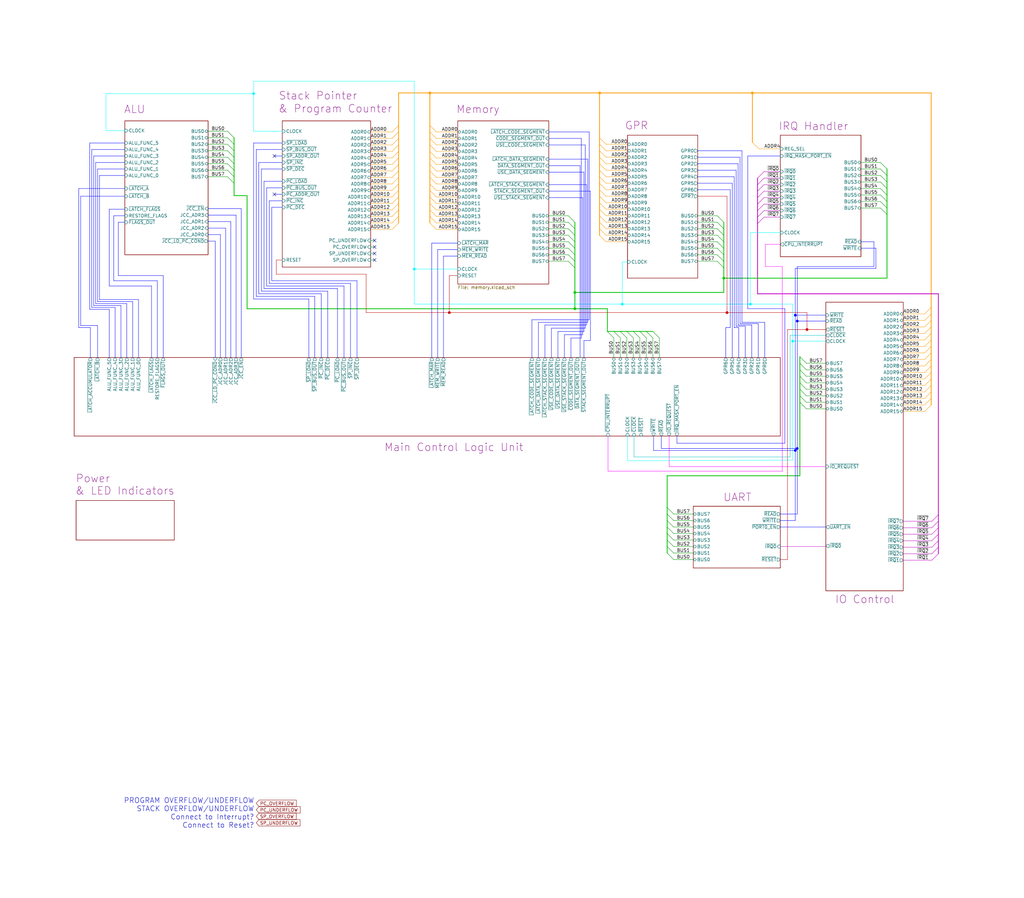
<source format=kicad_sch>
(kicad_sch (version 20211123) (generator eeschema)
  (paper "User" 399.999 351.003)
  (title_block (title "ALU & Conditional Jump Backplane") (date "2022-01-17") (rev "4") (company "theWickedWebDev/8-bit-computer"))
  (junction (at 167.894 36.322) (color 255 153 0 1))
  (junction (at 283.972 122.174) (color 194 0 0 1))
  (junction (at 224.536 114.3) (color 0 194 0 1))
  (junction (at 175.514 122.174) (color 194 0 0 1))
  (junction (at 293.116 118.872) (color 0 255 255 1))
  (junction (at 310.642 123.19) (color 0 0 255 1))
  (junction (at 243.078 118.872) (color 0 255 255 1))
  (junction (at 310.642 176.022) (color 0 0 255 1))
  (junction (at 161.798 105.156) (color 0 255 255 1))
  (junction (at 315.214 128.778) (color 194 0 0 1))
  (junction (at 282.702 108.712) (color 0 194 0 1))
  (junction (at 234.188 36.322) (color 255 153 0 1))
  (junction (at 99.06 36.576) (color 0 255 255 1))
  (junction (at 309.626 133.35) (color 0 255 255 1))
  (junction (at 224.536 120.65) (color 0 194 0 1))
  (junction (at 293.878 36.322) (color 255 153 0 1))
  (junction (at 311.404 125.476) (color 0 0 255 1))
  (junction (at 311.404 175.26) (color 0 0 255 1))
  (no_connect (at 146.304 93.98))
  (no_connect (at 146.304 101.6))
  (no_connect (at 146.304 96.52))
  (no_connect (at 146.304 99.06))
  (no_connect (at 107.188 60.96))
  (no_connect (at 107.188 75.946))
  (bus_entry (at 280.162 99.568) (size 2.54 2.54))
  (bus_entry (at 363.982 216.408) (size 2.54 -2.54) (stroke (width 0) (color 194 0 194 1)))
  (bus_entry (at 298.45 79.756) (size -2.54 2.54) (stroke (width 0) (color 194 0 194 1)))
  (bus_entry (at 343.916 73.66) (size 2.54 2.54))
  (bus_entry (at 363.728 120.142) (size -2.54 2.54) (stroke (width 0) (color 255 153 0 1)))
  (bus_entry (at 298.45 74.676) (size -2.54 2.54) (stroke (width 0) (color 194 0 194 1)))
  (bus_entry (at 155.702 51.562) (size -2.54 2.54) (stroke (width 0) (color 255 153 0 1)))
  (bus_entry (at 167.894 51.562) (size 2.54 2.54) (stroke (width 0) (color 255 153 0 1)))
  (bus_entry (at 263.144 208.534) (size -2.54 -2.54))
  (bus_entry (at 234.188 64.008) (size 2.54 2.54) (stroke (width 0) (color 255 153 0 1)))
  (bus_entry (at 234.188 56.388) (size 2.54 2.54) (stroke (width 0) (color 255 153 0 1)))
  (bus_entry (at 234.188 71.628) (size 2.54 2.54) (stroke (width 0) (color 255 153 0 1)))
  (bus_entry (at 255.016 129.54) (size 2.54 2.54))
  (bus_entry (at 363.728 150.622) (size -2.54 2.54) (stroke (width 0) (color 255 153 0 1)))
  (bus_entry (at 88.9 56.388) (size 2.54 2.54))
  (bus_entry (at 167.894 54.102) (size 2.54 2.54) (stroke (width 0) (color 255 153 0 1)))
  (bus_entry (at 363.728 125.222) (size -2.54 2.54) (stroke (width 0) (color 255 153 0 1)))
  (bus_entry (at 234.188 86.868) (size 2.54 2.54) (stroke (width 0) (color 255 153 0 1)))
  (bus_entry (at 314.96 154.686) (size -2.54 -2.54))
  (bus_entry (at 234.188 81.788) (size 2.54 2.54) (stroke (width 0) (color 255 153 0 1)))
  (bus_entry (at 167.894 61.722) (size 2.54 2.54) (stroke (width 0) (color 255 153 0 1)))
  (bus_entry (at 314.96 157.226) (size -2.54 -2.54))
  (bus_entry (at 298.45 82.296) (size -2.54 2.54) (stroke (width 0) (color 194 0 194 1)))
  (bus_entry (at 242.316 129.54) (size 2.54 2.54))
  (bus_entry (at 239.776 129.54) (size 2.54 2.54))
  (bus_entry (at 88.9 58.928) (size 2.54 2.54))
  (bus_entry (at 343.916 71.12) (size 2.54 2.54))
  (bus_entry (at 88.9 66.548) (size 2.54 2.54))
  (bus_entry (at 280.162 84.328) (size 2.54 2.54))
  (bus_entry (at 343.916 66.04) (size 2.54 2.54))
  (bus_entry (at 221.996 91.948) (size 2.54 2.54))
  (bus_entry (at 155.702 64.262) (size -2.54 2.54) (stroke (width 0) (color 255 153 0 1)))
  (bus_entry (at 234.188 53.848) (size 2.54 2.54) (stroke (width 0) (color 255 153 0 1)))
  (bus_entry (at 247.396 129.54) (size 2.54 2.54))
  (bus_entry (at 234.188 69.088) (size 2.54 2.54) (stroke (width 0) (color 255 153 0 1)))
  (bus_entry (at 363.728 155.702) (size -2.54 2.54) (stroke (width 0) (color 255 153 0 1)))
  (bus_entry (at 363.728 127.762) (size -2.54 2.54) (stroke (width 0) (color 255 153 0 1)))
  (bus_entry (at 221.996 89.408) (size 2.54 2.54))
  (bus_entry (at 234.188 89.408) (size 2.54 2.54) (stroke (width 0) (color 255 153 0 1)))
  (bus_entry (at 263.144 205.994) (size -2.54 -2.54))
  (bus_entry (at 155.702 66.802) (size -2.54 2.54) (stroke (width 0) (color 255 153 0 1)))
  (bus_entry (at 88.9 69.088) (size 2.54 2.54))
  (bus_entry (at 155.702 56.642) (size -2.54 2.54) (stroke (width 0) (color 255 153 0 1)))
  (bus_entry (at 88.9 64.008) (size 2.54 2.54))
  (bus_entry (at 155.702 49.022) (size -2.54 2.54) (stroke (width 0) (color 255 153 0 1)))
  (bus_entry (at 234.188 79.248) (size 2.54 2.54) (stroke (width 0) (color 255 153 0 1)))
  (bus_entry (at 363.728 130.302) (size -2.54 2.54) (stroke (width 0) (color 255 153 0 1)))
  (bus_entry (at 363.728 140.462) (size -2.54 2.54) (stroke (width 0) (color 255 153 0 1)))
  (bus_entry (at 234.188 76.708) (size 2.54 2.54) (stroke (width 0) (color 255 153 0 1)))
  (bus_entry (at 167.894 87.122) (size 2.54 2.54) (stroke (width 0) (color 255 153 0 1)))
  (bus_entry (at 167.894 71.882) (size 2.54 2.54) (stroke (width 0) (color 255 153 0 1)))
  (bus_entry (at 155.702 61.722) (size -2.54 2.54) (stroke (width 0) (color 255 153 0 1)))
  (bus_entry (at 167.894 64.262) (size 2.54 2.54) (stroke (width 0) (color 255 153 0 1)))
  (bus_entry (at 343.916 68.58) (size 2.54 2.54))
  (bus_entry (at 167.894 74.422) (size 2.54 2.54) (stroke (width 0) (color 255 153 0 1)))
  (bus_entry (at 234.188 84.328) (size 2.54 2.54) (stroke (width 0) (color 255 153 0 1)))
  (bus_entry (at 280.162 86.868) (size 2.54 2.54))
  (bus_entry (at 314.96 149.606) (size -2.54 -2.54))
  (bus_entry (at 88.9 53.848) (size 2.54 2.54))
  (bus_entry (at 167.894 76.962) (size 2.54 2.54) (stroke (width 0) (color 255 153 0 1)))
  (bus_entry (at 314.96 144.526) (size -2.54 -2.54))
  (bus_entry (at 298.45 67.056) (size -2.54 2.54) (stroke (width 0) (color 194 0 194 1)))
  (bus_entry (at 363.982 211.328) (size 2.54 -2.54) (stroke (width 0) (color 194 0 194 1)))
  (bus_entry (at 167.894 69.342) (size 2.54 2.54) (stroke (width 0) (color 255 153 0 1)))
  (bus_entry (at 363.982 203.708) (size 2.54 -2.54) (stroke (width 0) (color 194 0 194 1)))
  (bus_entry (at 244.856 129.54) (size 2.54 2.54))
  (bus_entry (at 314.96 147.066) (size -2.54 -2.54))
  (bus_entry (at 363.728 153.162) (size -2.54 2.54) (stroke (width 0) (color 255 153 0 1)))
  (bus_entry (at 363.728 135.382) (size -2.54 2.54) (stroke (width 0) (color 255 153 0 1)))
  (bus_entry (at 363.728 132.842) (size -2.54 2.54) (stroke (width 0) (color 255 153 0 1)))
  (bus_entry (at 155.702 74.422) (size -2.54 2.54) (stroke (width 0) (color 255 153 0 1)))
  (bus_entry (at 155.702 76.962) (size -2.54 2.54) (stroke (width 0) (color 255 153 0 1)))
  (bus_entry (at 363.728 148.082) (size -2.54 2.54) (stroke (width 0) (color 255 153 0 1)))
  (bus_entry (at 234.188 58.928) (size 2.54 2.54) (stroke (width 0) (color 255 153 0 1)))
  (bus_entry (at 234.188 91.948) (size 2.54 2.54) (stroke (width 0) (color 255 153 0 1)))
  (bus_entry (at 252.476 129.54) (size 2.54 2.54))
  (bus_entry (at 363.982 218.948) (size 2.54 -2.54) (stroke (width 0) (color 194 0 194 1)))
  (bus_entry (at 155.702 82.042) (size -2.54 2.54) (stroke (width 0) (color 255 153 0 1)))
  (bus_entry (at 155.702 87.122) (size -2.54 2.54) (stroke (width 0) (color 255 153 0 1)))
  (bus_entry (at 155.702 69.342) (size -2.54 2.54) (stroke (width 0) (color 255 153 0 1)))
  (bus_entry (at 296.418 58.166) (size -2.54 -2.54) (stroke (width 0) (color 255 153 0 1)))
  (bus_entry (at 88.9 61.468) (size 2.54 2.54))
  (bus_entry (at 221.996 102.108) (size 2.54 2.54))
  (bus_entry (at 363.728 122.682) (size -2.54 2.54) (stroke (width 0) (color 255 153 0 1)))
  (bus_entry (at 221.996 97.028) (size 2.54 2.54))
  (bus_entry (at 167.894 79.502) (size 2.54 2.54) (stroke (width 0) (color 255 153 0 1)))
  (bus_entry (at 363.728 137.922) (size -2.54 2.54) (stroke (width 0) (color 255 153 0 1)))
  (bus_entry (at 155.702 54.102) (size -2.54 2.54) (stroke (width 0) (color 255 153 0 1)))
  (bus_entry (at 167.894 82.042) (size 2.54 2.54) (stroke (width 0) (color 255 153 0 1)))
  (bus_entry (at 263.144 211.074) (size -2.54 -2.54))
  (bus_entry (at 167.894 49.022) (size 2.54 2.54) (stroke (width 0) (color 255 153 0 1)))
  (bus_entry (at 234.188 66.548) (size 2.54 2.54) (stroke (width 0) (color 255 153 0 1)))
  (bus_entry (at 88.9 51.308) (size 2.54 2.54))
  (bus_entry (at 363.728 145.542) (size -2.54 2.54) (stroke (width 0) (color 255 153 0 1)))
  (bus_entry (at 155.702 84.582) (size -2.54 2.54) (stroke (width 0) (color 255 153 0 1)))
  (bus_entry (at 263.144 218.694) (size -2.54 -2.54))
  (bus_entry (at 343.916 76.2) (size 2.54 2.54))
  (bus_entry (at 263.144 200.914) (size -2.54 -2.54))
  (bus_entry (at 280.162 89.408) (size 2.54 2.54))
  (bus_entry (at 343.916 78.74) (size 2.54 2.54))
  (bus_entry (at 167.894 84.582) (size 2.54 2.54) (stroke (width 0) (color 255 153 0 1)))
  (bus_entry (at 234.188 74.168) (size 2.54 2.54) (stroke (width 0) (color 255 153 0 1)))
  (bus_entry (at 167.894 66.802) (size 2.54 2.54) (stroke (width 0) (color 255 153 0 1)))
  (bus_entry (at 155.702 59.182) (size -2.54 2.54) (stroke (width 0) (color 255 153 0 1)))
  (bus_entry (at 280.162 91.948) (size 2.54 2.54))
  (bus_entry (at 249.936 129.54) (size 2.54 2.54))
  (bus_entry (at 298.45 77.216) (size -2.54 2.54) (stroke (width 0) (color 194 0 194 1)))
  (bus_entry (at 280.162 94.488) (size 2.54 2.54))
  (bus_entry (at 234.188 61.468) (size 2.54 2.54) (stroke (width 0) (color 255 153 0 1)))
  (bus_entry (at 221.996 86.868) (size 2.54 2.54))
  (bus_entry (at 155.702 71.882) (size -2.54 2.54) (stroke (width 0) (color 255 153 0 1)))
  (bus_entry (at 237.236 129.54) (size 2.54 2.54))
  (bus_entry (at 280.162 102.108) (size 2.54 2.54))
  (bus_entry (at 263.144 216.154) (size -2.54 -2.54))
  (bus_entry (at 314.96 159.766) (size -2.54 -2.54))
  (bus_entry (at 363.982 208.788) (size 2.54 -2.54) (stroke (width 0) (color 194 0 194 1)))
  (bus_entry (at 221.996 99.568) (size 2.54 2.54))
  (bus_entry (at 314.96 152.146) (size -2.54 -2.54))
  (bus_entry (at 221.996 94.488) (size 2.54 2.54))
  (bus_entry (at 363.728 143.002) (size -2.54 2.54) (stroke (width 0) (color 255 153 0 1)))
  (bus_entry (at 363.982 206.248) (size 2.54 -2.54) (stroke (width 0) (color 194 0 194 1)))
  (bus_entry (at 155.702 79.502) (size -2.54 2.54) (stroke (width 0) (color 255 153 0 1)))
  (bus_entry (at 363.982 213.868) (size 2.54 -2.54) (stroke (width 0) (color 194 0 194 1)))
  (bus_entry (at 167.894 59.182) (size 2.54 2.54) (stroke (width 0) (color 255 153 0 1)))
  (bus_entry (at 221.996 84.328) (size 2.54 2.54))
  (bus_entry (at 298.45 84.836) (size -2.54 2.54) (stroke (width 0) (color 194 0 194 1)))
  (bus_entry (at 298.45 69.596) (size -2.54 2.54) (stroke (width 0) (color 194 0 194 1)))
  (bus_entry (at 167.894 56.642) (size 2.54 2.54) (stroke (width 0) (color 255 153 0 1)))
  (bus_entry (at 363.728 158.242) (size -2.54 2.54) (stroke (width 0) (color 255 153 0 1)))
  (bus_entry (at 343.916 63.5) (size 2.54 2.54))
  (bus_entry (at 343.916 81.28) (size 2.54 2.54))
  (bus_entry (at 263.144 203.454) (size -2.54 -2.54))
  (bus_entry (at 280.162 97.028) (size 2.54 2.54))
  (bus_entry (at 263.144 213.614) (size -2.54 -2.54))
  (bus_entry (at 298.45 72.136) (size -2.54 2.54) (stroke (width 0) (color 194 0 194 1)))
  (bus_entry (at 314.96 141.986) (size -2.54 -2.54))
  (wire (pts (xy 311.404 125.476) (xy 311.404 175.26)) (stroke (width 0) (color 0 0 255 1)))
  (wire (pts (xy 214.376 77.216) (xy 227.584 77.216)) (stroke (width 0) (color 0 0 255 1)))
  (bus (pts (xy 363.728 143.002) (xy 363.728 145.542)) (stroke (width 0) (color 255 153 0 1)))
  (bus (pts (xy 96.52 76.454) (xy 96.52 120.65)) (stroke (width 0) (color 0 194 0 1)))
  (wire (pts (xy 153.162 89.662) (xy 144.78 89.662)) (stroke (width 0) (color 255 153 0 1)))
  (bus (pts (xy 224.536 94.488) (xy 224.536 97.028)) (stroke (width 0) (color 0 194 0 1)))
  (wire (pts (xy 125.476 114.808) (xy 125.476 139.7)) (stroke (width 0) (color 0 0 255 1)))
  (bus (pts (xy 234.188 84.328) (xy 234.188 86.868)) (stroke (width 0) (color 255 153 0 1)))
  (bus (pts (xy 224.536 102.108) (xy 224.536 104.648)) (stroke (width 0) (color 0 194 0 1)))
  (wire (pts (xy 272.542 99.568) (xy 280.162 99.568)))
  (wire (pts (xy 264.414 173.228) (xy 264.414 170.434)) (stroke (width 0) (color 0 0 255 1)))
  (wire (pts (xy 81.28 66.548) (xy 88.9 66.548)))
  (wire (pts (xy 228.092 67.31) (xy 214.376 67.31)) (stroke (width 0) (color 0 0 255 1)))
  (wire (pts (xy 214.376 91.948) (xy 221.996 91.948)))
  (wire (pts (xy 170.434 84.582) (xy 178.816 84.582)) (stroke (width 0) (color 255 153 0 1)))
  (bus (pts (xy 295.91 72.136) (xy 295.91 74.676)) (stroke (width 0) (color 194 0 194 1)))
  (bus (pts (xy 167.894 82.042) (xy 167.894 84.582)) (stroke (width 0) (color 255 153 0 1)))
  (wire (pts (xy 170.434 79.502) (xy 178.816 79.502)) (stroke (width 0) (color 255 153 0 1)))
  (wire (pts (xy 49.53 139.7) (xy 49.53 118.618)) (stroke (width 0) (color 0 0 255 1)))
  (wire (pts (xy 46.228 107.696) (xy 63.754 107.696)) (stroke (width 0) (color 0 0 255 1)))
  (wire (pts (xy 81.28 84.074) (xy 92.202 84.074)) (stroke (width 0) (color 0 0 255 1)))
  (wire (pts (xy 44.45 109.728) (xy 44.45 84.328)) (stroke (width 0) (color 0 0 255 1)))
  (wire (pts (xy 258.318 175.26) (xy 258.318 170.434)) (stroke (width 0) (color 0 0 255 1)))
  (bus (pts (xy 346.456 68.58) (xy 346.456 71.12)) (stroke (width 0) (color 0 194 0 1)))
  (wire (pts (xy 47.244 119.38) (xy 47.244 139.7)) (stroke (width 0) (color 0 0 255 1)))
  (bus (pts (xy 282.702 94.488) (xy 282.702 97.028)) (stroke (width 0) (color 0 194 0 1)))
  (bus (pts (xy 260.604 213.614) (xy 260.604 216.154)) (stroke (width 0) (color 0 194 0 1)))
  (wire (pts (xy 153.162 51.562) (xy 144.78 51.562)) (stroke (width 0) (color 255 153 0 1)))
  (wire (pts (xy 35.814 120.142) (xy 35.814 58.42)) (stroke (width 0) (color 0 0 255 1)))
  (wire (pts (xy 153.162 69.342) (xy 144.78 69.342)) (stroke (width 0) (color 255 153 0 1)))
  (wire (pts (xy 153.162 76.962) (xy 144.78 76.962)) (stroke (width 0) (color 255 153 0 1)))
  (wire (pts (xy 272.542 71.628) (xy 286.004 71.628)) (stroke (width 0) (color 0 0 255 1)))
  (wire (pts (xy 134.366 139.7) (xy 134.366 111.76)) (stroke (width 0) (color 0 0 255 1)))
  (wire (pts (xy 309.626 118.872) (xy 309.626 133.096)) (stroke (width 0) (color 0 255 255 1)))
  (wire (pts (xy 230.632 133.096) (xy 230.632 74.676)) (stroke (width 0) (color 0 0 255 1)))
  (wire (pts (xy 37.338 63.5) (xy 48.768 63.5)) (stroke (width 0) (color 0 0 255 1)))
  (bus (pts (xy 167.894 51.562) (xy 167.894 54.102)) (stroke (width 0) (color 255 153 0 1)))
  (wire (pts (xy 272.542 76.708) (xy 283.972 76.708)) (stroke (width 0) (color 194 0 0 1)))
  (wire (pts (xy 229.108 72.136) (xy 229.108 127)) (stroke (width 0) (color 0 0 255 1)))
  (bus (pts (xy 237.236 120.65) (xy 237.236 129.54)) (stroke (width 0) (color 0 194 0 1)))
  (bus (pts (xy 234.188 53.848) (xy 234.188 56.388)) (stroke (width 0) (color 255 153 0 1)))
  (bus (pts (xy 224.536 91.948) (xy 224.536 94.488)) (stroke (width 0) (color 0 194 0 1)))
  (bus (pts (xy 91.44 56.388) (xy 91.44 58.928)) (stroke (width 0) (color 0 194 0 1)))
  (bus (pts (xy 346.456 81.28) (xy 346.456 83.82)) (stroke (width 0) (color 0 194 0 1)))
  (wire (pts (xy 106.172 81.026) (xy 110.236 81.026)) (stroke (width 0) (color 0 0 255 1)))
  (wire (pts (xy 307.594 128.778) (xy 307.594 218.694)) (stroke (width 0) (color 194 0 0 1)))
  (wire (pts (xy 170.434 74.422) (xy 178.816 74.422)) (stroke (width 0) (color 255 153 0 1)))
  (wire (pts (xy 81.28 69.088) (xy 88.9 69.088)))
  (wire (pts (xy 336.296 81.28) (xy 343.916 81.28)))
  (bus (pts (xy 260.604 198.374) (xy 260.604 200.914)) (stroke (width 0) (color 0 194 0 1)))
  (wire (pts (xy 361.188 132.842) (xy 352.806 132.842)) (stroke (width 0) (color 255 153 0 1)))
  (wire (pts (xy 59.182 111.76) (xy 59.182 139.7)) (stroke (width 0) (color 0 0 255 1)))
  (bus (pts (xy 366.522 216.408) (xy 366.522 213.868)) (stroke (width 0) (color 194 0 194 1)))
  (bus (pts (xy 363.728 127.762) (xy 363.728 130.302)) (stroke (width 0) (color 255 153 0 1)))
  (wire (pts (xy 322.58 144.526) (xy 314.96 144.526)))
  (wire (pts (xy 38.1 127.254) (xy 31.496 127.254)) (stroke (width 0) (color 0 0 255 1)))
  (wire (pts (xy 170.434 89.662) (xy 178.816 89.662)) (stroke (width 0) (color 255 153 0 1)))
  (bus (pts (xy 234.188 69.088) (xy 234.188 71.628)) (stroke (width 0) (color 255 153 0 1)))
  (bus (pts (xy 155.702 49.022) (xy 155.702 36.322)) (stroke (width 0) (color 255 153 0 1)))
  (wire (pts (xy 36.576 119.38) (xy 47.244 119.38)) (stroke (width 0) (color 0 0 255 1)))
  (bus (pts (xy 295.91 87.376) (xy 295.91 114.808)) (stroke (width 0) (color 194 0 194 1)))
  (wire (pts (xy 120.65 116.84) (xy 99.06 116.84)) (stroke (width 0) (color 0 0 255 1)))
  (wire (pts (xy 322.58 128.778) (xy 315.214 128.778)) (stroke (width 0) (color 194 0 0 1)))
  (wire (pts (xy 30.734 128.016) (xy 35.306 128.016)) (stroke (width 0) (color 0 0 255 1)))
  (bus (pts (xy 363.728 125.222) (xy 363.728 127.762)) (stroke (width 0) (color 255 153 0 1)))
  (wire (pts (xy 361.188 153.162) (xy 352.806 153.162)) (stroke (width 0) (color 255 153 0 1)))
  (wire (pts (xy 86.106 91.694) (xy 81.28 91.694)) (stroke (width 0) (color 0 0 255 1)))
  (bus (pts (xy 295.91 77.216) (xy 295.91 79.756)) (stroke (width 0) (color 194 0 194 1)))
  (bus (pts (xy 91.44 58.928) (xy 91.44 61.468)) (stroke (width 0) (color 0 194 0 1)))
  (bus (pts (xy 167.894 76.962) (xy 167.894 79.502)) (stroke (width 0) (color 255 153 0 1)))
  (wire (pts (xy 214.376 89.408) (xy 221.996 89.408)))
  (wire (pts (xy 229.616 62.23) (xy 214.376 62.23)) (stroke (width 0) (color 0 0 255 1)))
  (wire (pts (xy 311.404 104.14) (xy 311.404 125.476)) (stroke (width 0) (color 0 0 255 1)))
  (wire (pts (xy 35.814 58.42) (xy 48.768 58.42)) (stroke (width 0) (color 0 0 255 1)))
  (wire (pts (xy 81.28 61.468) (xy 88.9 61.468)))
  (bus (pts (xy 234.188 71.628) (xy 234.188 74.168)) (stroke (width 0) (color 255 153 0 1)))
  (bus (pts (xy 167.894 56.642) (xy 167.894 59.182)) (stroke (width 0) (color 255 153 0 1)))
  (wire (pts (xy 361.188 125.222) (xy 352.806 125.222)) (stroke (width 0) (color 255 153 0 1)))
  (bus (pts (xy 242.316 129.54) (xy 239.776 129.54)) (stroke (width 0) (color 0 194 0 1)))
  (wire (pts (xy 153.162 87.122) (xy 144.78 87.122)) (stroke (width 0) (color 255 153 0 1)))
  (wire (pts (xy 143.002 122.174) (xy 175.514 122.174)) (stroke (width 0) (color 194 0 0 1)))
  (bus (pts (xy 363.728 150.622) (xy 363.728 153.162)) (stroke (width 0) (color 255 153 0 1)))
  (wire (pts (xy 168.656 94.996) (xy 178.816 94.996)) (stroke (width 0) (color 0 0 255 1)))
  (wire (pts (xy 120.65 139.7) (xy 120.65 116.84)) (stroke (width 0) (color 0 0 255 1)))
  (bus (pts (xy 167.894 49.022) (xy 167.894 51.562)) (stroke (width 0) (color 255 153 0 1)))
  (bus (pts (xy 260.604 205.994) (xy 260.604 208.534)) (stroke (width 0) (color 0 194 0 1)))
  (wire (pts (xy 293.116 118.872) (xy 309.626 118.872)) (stroke (width 0) (color 0 255 255 1)))
  (bus (pts (xy 234.188 58.928) (xy 234.188 61.468)) (stroke (width 0) (color 255 153 0 1)))
  (bus (pts (xy 167.894 64.262) (xy 167.894 66.802)) (stroke (width 0) (color 255 153 0 1)))
  (wire (pts (xy 38.1 66.04) (xy 38.1 117.856)) (stroke (width 0) (color 0 0 255 1)))
  (bus (pts (xy 155.702 54.102) (xy 155.702 56.642)) (stroke (width 0) (color 255 153 0 1)))
  (wire (pts (xy 236.728 76.708) (xy 245.11 76.708)) (stroke (width 0) (color 255 153 0 1)))
  (bus (pts (xy 363.728 36.322) (xy 363.728 120.142)) (stroke (width 0) (color 255 153 0 1)))
  (wire (pts (xy 54.102 139.7) (xy 54.102 117.094)) (stroke (width 0) (color 0 0 255 1)))
  (wire (pts (xy 310.642 123.19) (xy 310.642 104.902)) (stroke (width 0) (color 0 0 255 1)))
  (wire (pts (xy 272.542 66.548) (xy 287.528 66.548)) (stroke (width 0) (color 0 0 255 1)))
  (wire (pts (xy 247.396 139.7) (xy 247.396 132.08)))
  (wire (pts (xy 336.296 78.74) (xy 343.916 78.74)))
  (wire (pts (xy 41.402 51.054) (xy 48.768 51.054)) (stroke (width 0) (color 0 255 255 1)))
  (bus (pts (xy 155.702 59.182) (xy 155.702 61.722)) (stroke (width 0) (color 255 153 0 1)))
  (wire (pts (xy 272.542 84.328) (xy 280.162 84.328)))
  (wire (pts (xy 304.8 67.056) (xy 298.45 67.056)) (stroke (width 0) (color 194 0 194 1)))
  (wire (pts (xy 170.434 54.102) (xy 178.816 54.102)) (stroke (width 0) (color 255 153 0 1)))
  (wire (pts (xy 105.156 78.486) (xy 105.156 110.744)) (stroke (width 0) (color 0 0 255 1)))
  (bus (pts (xy 260.604 200.914) (xy 260.604 203.454)) (stroke (width 0) (color 0 194 0 1)))
  (wire (pts (xy 272.542 61.468) (xy 289.052 61.468)) (stroke (width 0) (color 0 0 255 1)))
  (wire (pts (xy 38.1 139.7) (xy 38.1 127.254)) (stroke (width 0) (color 0 0 255 1)))
  (wire (pts (xy 37.338 118.618) (xy 37.338 63.5)) (stroke (width 0) (color 0 0 255 1)))
  (bus (pts (xy 155.702 82.042) (xy 155.702 84.582)) (stroke (width 0) (color 255 153 0 1)))
  (wire (pts (xy 236.728 61.468) (xy 245.11 61.468)) (stroke (width 0) (color 255 153 0 1)))
  (wire (pts (xy 227.076 54.102) (xy 214.376 54.102)) (stroke (width 0) (color 0 0 255 1)))
  (wire (pts (xy 168.656 94.996) (xy 168.656 139.7)) (stroke (width 0) (color 0 0 255 1)))
  (wire (pts (xy 245.11 102.362) (xy 243.078 102.362)) (stroke (width 0) (color 0 255 255 1)))
  (wire (pts (xy 223.012 139.7) (xy 223.012 132.08)) (stroke (width 0) (color 0 0 255 1)))
  (wire (pts (xy 342.138 97.028) (xy 336.296 97.028)) (stroke (width 0) (color 0 0 255 1)))
  (wire (pts (xy 361.188 160.782) (xy 352.806 160.782)) (stroke (width 0) (color 255 153 0 1)))
  (wire (pts (xy 236.728 64.008) (xy 245.11 64.008)) (stroke (width 0) (color 255 153 0 1)))
  (wire (pts (xy 48.768 55.88) (xy 35.052 55.88)) (stroke (width 0) (color 0 0 255 1)))
  (wire (pts (xy 153.162 56.642) (xy 144.78 56.642)) (stroke (width 0) (color 255 153 0 1)))
  (bus (pts (xy 234.188 74.168) (xy 234.188 76.708)) (stroke (width 0) (color 255 153 0 1)))
  (wire (pts (xy 144.78 96.52) (xy 146.304 96.52)))
  (wire (pts (xy 86.106 139.7) (xy 86.106 91.694)) (stroke (width 0) (color 0 0 255 1)))
  (bus (pts (xy 366.522 203.708) (xy 366.522 201.168)) (stroke (width 0) (color 194 0 194 1)))
  (wire (pts (xy 236.728 58.928) (xy 245.11 58.928)) (stroke (width 0) (color 255 153 0 1)))
  (wire (pts (xy 288.544 128.016) (xy 286.766 128.016)) (stroke (width 0) (color 0 0 255 1)))
  (wire (pts (xy 236.728 84.328) (xy 245.11 84.328)) (stroke (width 0) (color 255 153 0 1)))
  (wire (pts (xy 291.084 127.508) (xy 291.084 139.7)) (stroke (width 0) (color 0 0 255 1)))
  (wire (pts (xy 298.704 125.984) (xy 289.814 125.984)) (stroke (width 0) (color 0 0 255 1)))
  (wire (pts (xy 311.404 104.14) (xy 341.376 104.14)) (stroke (width 0) (color 0 0 255 1)))
  (bus (pts (xy 312.42 185.928) (xy 260.604 185.928)) (stroke (width 0) (color 0 194 0 1)))
  (wire (pts (xy 170.434 71.882) (xy 178.816 71.882)) (stroke (width 0) (color 255 153 0 1)))
  (wire (pts (xy 131.826 139.7) (xy 131.826 112.776)) (stroke (width 0) (color 0 0 255 1)))
  (bus (pts (xy 155.702 71.882) (xy 155.702 74.422)) (stroke (width 0) (color 255 153 0 1)))
  (wire (pts (xy 170.434 76.962) (xy 178.816 76.962)) (stroke (width 0) (color 255 153 0 1)))
  (wire (pts (xy 226.568 64.77) (xy 214.376 64.77)) (stroke (width 0) (color 0 0 255 1)))
  (wire (pts (xy 298.704 139.7) (xy 298.704 125.984)) (stroke (width 0) (color 0 0 255 1)))
  (bus (pts (xy 363.728 137.922) (xy 363.728 140.462)) (stroke (width 0) (color 255 153 0 1)))
  (bus (pts (xy 363.728 130.302) (xy 363.728 132.842)) (stroke (width 0) (color 255 153 0 1)))
  (wire (pts (xy 361.188 155.702) (xy 352.806 155.702)) (stroke (width 0) (color 255 153 0 1)))
  (bus (pts (xy 155.702 84.582) (xy 155.702 87.122)) (stroke (width 0) (color 255 153 0 1)))
  (wire (pts (xy 38.1 117.856) (xy 51.816 117.856)) (stroke (width 0) (color 0 0 255 1)))
  (bus (pts (xy 255.016 129.54) (xy 252.476 129.54)) (stroke (width 0) (color 0 194 0 1)))
  (wire (pts (xy 88.138 89.154) (xy 88.138 139.7)) (stroke (width 0) (color 0 0 255 1)))
  (bus (pts (xy 224.536 120.65) (xy 237.236 120.65)) (stroke (width 0) (color 0 194 0 1)))
  (wire (pts (xy 223.012 132.08) (xy 227.076 132.08)) (stroke (width 0) (color 0 0 255 1)))
  (bus (pts (xy 234.188 86.868) (xy 234.188 89.408)) (stroke (width 0) (color 255 153 0 1)))
  (wire (pts (xy 310.642 176.022) (xy 310.642 123.19)) (stroke (width 0) (color 0 0 255 1)))
  (wire (pts (xy 310.642 203.454) (xy 310.642 176.022)) (stroke (width 0) (color 0 0 255 1)))
  (wire (pts (xy 307.594 218.694) (xy 304.8 218.694)) (stroke (width 0) (color 194 0 0 1)))
  (wire (pts (xy 106.172 109.728) (xy 106.172 81.026)) (stroke (width 0) (color 0 0 255 1)))
  (wire (pts (xy 287.528 66.548) (xy 287.528 127.508)) (stroke (width 0) (color 0 0 255 1)))
  (wire (pts (xy 293.624 139.7) (xy 293.624 127)) (stroke (width 0) (color 0 0 255 1)))
  (wire (pts (xy 228.092 133.096) (xy 230.632 133.096)) (stroke (width 0) (color 0 0 255 1)))
  (wire (pts (xy 293.624 127) (xy 288.29 127)) (stroke (width 0) (color 0 0 255 1)))
  (wire (pts (xy 336.296 71.12) (xy 343.916 71.12)))
  (wire (pts (xy 308.61 131.064) (xy 322.58 131.064)) (stroke (width 0) (color 0 194 194 1)))
  (bus (pts (xy 346.456 73.66) (xy 346.456 76.2)) (stroke (width 0) (color 0 194 0 1)))
  (wire (pts (xy 38.862 117.094) (xy 38.862 68.58)) (stroke (width 0) (color 0 0 255 1)))
  (wire (pts (xy 110.236 101.6) (xy 107.95 101.6)) (stroke (width 0) (color 194 0 0 1)))
  (wire (pts (xy 102.108 113.792) (xy 102.108 66.04)) (stroke (width 0) (color 0 0 255 1)))
  (wire (pts (xy 107.95 101.6) (xy 107.95 107.188)) (stroke (width 0) (color 194 0 0 1)))
  (wire (pts (xy 306.578 120.65) (xy 306.578 173.228)) (stroke (width 0) (color 0 0 255 1)))
  (wire (pts (xy 81.28 64.008) (xy 88.9 64.008)))
  (bus (pts (xy 363.728 145.542) (xy 363.728 148.082)) (stroke (width 0) (color 255 153 0 1)))
  (wire (pts (xy 44.958 120.142) (xy 35.814 120.142)) (stroke (width 0) (color 0 0 255 1)))
  (bus (pts (xy 167.894 79.502) (xy 167.894 82.042)) (stroke (width 0) (color 255 153 0 1)))
  (wire (pts (xy 104.14 111.76) (xy 104.14 73.406)) (stroke (width 0) (color 0 0 255 1)))
  (wire (pts (xy 361.188 143.002) (xy 352.806 143.002)) (stroke (width 0) (color 255 153 0 1)))
  (wire (pts (xy 293.116 90.932) (xy 293.116 118.872)) (stroke (width 0) (color 0 255 255 1)))
  (wire (pts (xy 48.768 66.04) (xy 38.1 66.04)) (stroke (width 0) (color 0 0 255 1)))
  (wire (pts (xy 247.65 170.434) (xy 247.65 178.562)) (stroke (width 0) (color 0 194 194 1)))
  (bus (pts (xy 282.702 104.648) (xy 282.702 108.712)) (stroke (width 0) (color 0 194 0 1)))
  (bus (pts (xy 252.476 129.54) (xy 249.936 129.54)) (stroke (width 0) (color 0 194 0 1)))
  (wire (pts (xy 283.972 122.174) (xy 175.514 122.174)) (stroke (width 0) (color 194 0 0 1)))
  (wire (pts (xy 42.672 81.788) (xy 42.672 111.76)) (stroke (width 0) (color 0 0 255 1)))
  (wire (pts (xy 139.446 139.7) (xy 139.446 109.728)) (stroke (width 0) (color 0 0 255 1)))
  (wire (pts (xy 110.236 51.308) (xy 99.06 51.308)) (stroke (width 0) (color 0 255 255 1)))
  (wire (pts (xy 99.06 116.84) (xy 99.06 55.88)) (stroke (width 0) (color 0 0 255 1)))
  (wire (pts (xy 131.826 112.776) (xy 103.124 112.776)) (stroke (width 0) (color 0 0 255 1)))
  (bus (pts (xy 96.52 120.65) (xy 224.536 120.65)) (stroke (width 0) (color 0 194 0 1)))
  (bus (pts (xy 167.894 54.102) (xy 167.894 56.642)) (stroke (width 0) (color 255 153 0 1)))
  (bus (pts (xy 234.188 66.548) (xy 234.188 69.088)) (stroke (width 0) (color 255 153 0 1)))
  (wire (pts (xy 336.296 94.488) (xy 341.376 94.488)) (stroke (width 0) (color 0 0 255 1)))
  (wire (pts (xy 352.806 203.708) (xy 363.982 203.708)) (stroke (width 0) (color 194 0 194 1)))
  (wire (pts (xy 236.728 86.868) (xy 245.11 86.868)) (stroke (width 0) (color 255 153 0 1)))
  (wire (pts (xy 289.052 126.492) (xy 296.164 126.492)) (stroke (width 0) (color 0 0 255 1)))
  (wire (pts (xy 230.632 74.676) (xy 214.376 74.676)) (stroke (width 0) (color 0 0 255 1)))
  (wire (pts (xy 272.542 102.108) (xy 280.162 102.108)))
  (bus (pts (xy 363.728 155.702) (xy 363.728 158.242)) (stroke (width 0) (color 255 153 0 1)))
  (bus (pts (xy 312.42 152.146) (xy 312.42 154.686)) (stroke (width 0) (color 0 194 0 1)))
  (wire (pts (xy 272.542 89.408) (xy 280.162 89.408)))
  (bus (pts (xy 260.604 211.074) (xy 260.604 213.614)) (stroke (width 0) (color 0 194 0 1)))
  (wire (pts (xy 214.376 84.328) (xy 221.996 84.328)))
  (wire (pts (xy 322.58 149.606) (xy 314.96 149.606)))
  (wire (pts (xy 153.162 82.042) (xy 144.78 82.042)) (stroke (width 0) (color 255 153 0 1)))
  (bus (pts (xy 224.536 114.3) (xy 282.702 114.3)) (stroke (width 0) (color 0 194 0 1)))
  (wire (pts (xy 304.8 74.676) (xy 298.45 74.676)) (stroke (width 0) (color 194 0 194 1)))
  (wire (pts (xy 322.58 133.35) (xy 309.626 133.35)) (stroke (width 0) (color 0 255 255 1)))
  (wire (pts (xy 270.764 213.614) (xy 263.144 213.614)))
  (wire (pts (xy 102.108 66.04) (xy 110.236 66.04)) (stroke (width 0) (color 0 0 255 1)))
  (wire (pts (xy 289.814 58.928) (xy 272.542 58.928)) (stroke (width 0) (color 0 0 255 1)))
  (wire (pts (xy 255.016 139.7) (xy 255.016 132.08)))
  (wire (pts (xy 311.404 175.26) (xy 258.318 175.26)) (stroke (width 0) (color 0 0 255 1)))
  (wire (pts (xy 285.242 128.016) (xy 285.242 74.168)) (stroke (width 0) (color 0 0 255 1)))
  (bus (pts (xy 91.44 71.628) (xy 91.44 76.454)) (stroke (width 0) (color 0 194 0 1)))
  (wire (pts (xy 110.236 58.42) (xy 100.076 58.42)) (stroke (width 0) (color 0 0 255 1)))
  (wire (pts (xy 46.228 86.868) (xy 46.228 107.696)) (stroke (width 0) (color 0 0 255 1)))
  (wire (pts (xy 249.936 139.7) (xy 249.936 132.08)))
  (bus (pts (xy 260.604 203.454) (xy 260.604 205.994)) (stroke (width 0) (color 0 194 0 1)))
  (wire (pts (xy 153.162 54.102) (xy 144.78 54.102)) (stroke (width 0) (color 255 153 0 1)))
  (wire (pts (xy 310.642 123.19) (xy 322.58 123.19)) (stroke (width 0) (color 0 0 255 1)))
  (wire (pts (xy 305.562 184.15) (xy 237.49 184.15)) (stroke (width 0) (color 255 0 255 1)))
  (wire (pts (xy 322.58 154.686) (xy 314.96 154.686)))
  (wire (pts (xy 272.542 94.488) (xy 280.162 94.488)))
  (wire (pts (xy 270.764 218.694) (xy 263.144 218.694)))
  (wire (pts (xy 35.052 120.904) (xy 42.672 120.904)) (stroke (width 0) (color 0 0 255 1)))
  (wire (pts (xy 144.78 93.98) (xy 146.304 93.98)))
  (bus (pts (xy 234.188 76.708) (xy 234.188 79.248)) (stroke (width 0) (color 255 153 0 1)))
  (wire (pts (xy 81.28 53.848) (xy 88.9 53.848)))
  (wire (pts (xy 292.1 60.96) (xy 304.8 60.96)) (stroke (width 0) (color 0 0 255 1)))
  (wire (pts (xy 153.162 59.182) (xy 144.78 59.182)) (stroke (width 0) (color 255 153 0 1)))
  (wire (pts (xy 296.164 126.492) (xy 296.164 139.7)) (stroke (width 0) (color 0 0 255 1)))
  (wire (pts (xy 308.61 178.562) (xy 308.61 131.064)) (stroke (width 0) (color 0 194 194 1)))
  (wire (pts (xy 230.124 51.562) (xy 230.124 124.968)) (stroke (width 0) (color 0 0 255 1)))
  (wire (pts (xy 361.188 145.542) (xy 352.806 145.542)) (stroke (width 0) (color 255 153 0 1)))
  (wire (pts (xy 322.58 157.226) (xy 314.96 157.226)))
  (wire (pts (xy 309.626 133.35) (xy 309.626 179.832)) (stroke (width 0) (color 0 255 255 1)))
  (wire (pts (xy 128.016 139.7) (xy 128.016 113.792)) (stroke (width 0) (color 0 0 255 1)))
  (bus (pts (xy 91.44 61.468) (xy 91.44 64.008)) (stroke (width 0) (color 0 194 0 1)))
  (wire (pts (xy 310.642 104.902) (xy 342.138 104.902)) (stroke (width 0) (color 0 0 255 1)))
  (bus (pts (xy 366.522 208.788) (xy 366.522 206.248)) (stroke (width 0) (color 194 0 194 1)))
  (wire (pts (xy 143.002 107.188) (xy 143.002 122.174)) (stroke (width 0) (color 194 0 0 1)))
  (bus (pts (xy 282.702 86.868) (xy 282.702 89.408)) (stroke (width 0) (color 0 194 0 1)))
  (wire (pts (xy 214.376 72.136) (xy 229.108 72.136)) (stroke (width 0) (color 0 0 255 1)))
  (bus (pts (xy 282.702 91.948) (xy 282.702 94.488)) (stroke (width 0) (color 0 194 0 1)))
  (bus (pts (xy 91.44 66.548) (xy 91.44 69.088)) (stroke (width 0) (color 0 194 0 1)))
  (wire (pts (xy 217.932 129.54) (xy 228.092 129.54)) (stroke (width 0) (color 0 0 255 1)))
  (wire (pts (xy 286.766 128.016) (xy 286.766 69.088)) (stroke (width 0) (color 0 0 255 1)))
  (wire (pts (xy 352.806 208.788) (xy 363.982 208.788)) (stroke (width 0) (color 194 0 194 1)))
  (wire (pts (xy 153.162 74.422) (xy 144.78 74.422)) (stroke (width 0) (color 255 153 0 1)))
  (bus (pts (xy 167.894 36.322) (xy 234.188 36.322)) (stroke (width 0) (color 255 153 0 1)))
  (bus (pts (xy 234.188 81.788) (xy 234.188 84.328)) (stroke (width 0) (color 255 153 0 1)))
  (wire (pts (xy 336.296 73.66) (xy 343.916 73.66)))
  (wire (pts (xy 48.768 73.66) (xy 30.734 73.66)) (stroke (width 0) (color 0 0 255 1)))
  (wire (pts (xy 48.768 60.96) (xy 36.576 60.96)) (stroke (width 0) (color 0 0 255 1)))
  (wire (pts (xy 230.124 124.968) (xy 207.772 124.968)) (stroke (width 0) (color 0 0 255 1)))
  (bus (pts (xy 91.44 64.008) (xy 91.44 66.548)) (stroke (width 0) (color 0 194 0 1)))
  (bus (pts (xy 155.702 74.422) (xy 155.702 76.962)) (stroke (width 0) (color 255 153 0 1)))
  (bus (pts (xy 363.728 122.682) (xy 363.728 125.222)) (stroke (width 0) (color 255 153 0 1)))
  (wire (pts (xy 41.402 36.576) (xy 41.402 51.054)) (stroke (width 0) (color 0 255 255 1)))
  (wire (pts (xy 311.404 175.26) (xy 311.404 200.914)) (stroke (width 0) (color 0 0 255 1)))
  (wire (pts (xy 361.188 137.922) (xy 352.806 137.922)) (stroke (width 0) (color 255 153 0 1)))
  (wire (pts (xy 315.214 128.778) (xy 315.214 122.174)) (stroke (width 0) (color 194 0 0 1)))
  (wire (pts (xy 309.626 133.096) (xy 309.626 133.35)))
  (wire (pts (xy 342.138 104.902) (xy 342.138 97.028)) (stroke (width 0) (color 0 0 255 1)))
  (wire (pts (xy 261.366 182.372) (xy 261.366 170.434)) (stroke (width 0) (color 255 0 255 1)))
  (wire (pts (xy 84.074 94.234) (xy 84.074 139.7)) (stroke (width 0) (color 0 0 255 1)))
  (bus (pts (xy 346.456 78.74) (xy 346.456 81.28)) (stroke (width 0) (color 0 194 0 1)))
  (wire (pts (xy 100.076 58.42) (xy 100.076 115.824)) (stroke (width 0) (color 0 0 255 1)))
  (bus (pts (xy 346.456 76.2) (xy 346.456 78.74)) (stroke (width 0) (color 0 194 0 1)))
  (wire (pts (xy 30.734 73.66) (xy 30.734 128.016)) (stroke (width 0) (color 0 0 255 1)))
  (wire (pts (xy 243.078 102.362) (xy 243.078 118.872)) (stroke (width 0) (color 0 255 255 1)))
  (bus (pts (xy 91.44 69.088) (xy 91.44 71.628)) (stroke (width 0) (color 0 194 0 1)))
  (wire (pts (xy 322.58 159.766) (xy 314.96 159.766)))
  (bus (pts (xy 295.91 79.756) (xy 295.91 82.296)) (stroke (width 0) (color 194 0 194 1)))
  (wire (pts (xy 270.764 200.914) (xy 263.144 200.914)))
  (wire (pts (xy 361.188 158.242) (xy 352.806 158.242)) (stroke (width 0) (color 255 153 0 1)))
  (wire (pts (xy 136.906 110.744) (xy 136.906 139.7)) (stroke (width 0) (color 0 0 255 1)))
  (wire (pts (xy 236.728 81.788) (xy 245.11 81.788)) (stroke (width 0) (color 255 153 0 1)))
  (bus (pts (xy 155.702 76.962) (xy 155.702 79.502)) (stroke (width 0) (color 255 153 0 1)))
  (wire (pts (xy 228.6 128.27) (xy 228.6 56.642)) (stroke (width 0) (color 0 0 255 1)))
  (bus (pts (xy 91.44 76.454) (xy 96.52 76.454)) (stroke (width 0) (color 0 194 0 1)))
  (bus (pts (xy 234.188 36.322) (xy 234.188 53.848)) (stroke (width 0) (color 255 153 0 1)))
  (wire (pts (xy 107.95 107.188) (xy 143.002 107.188)) (stroke (width 0) (color 194 0 0 1)))
  (wire (pts (xy 236.728 79.248) (xy 245.11 79.248)) (stroke (width 0) (color 255 153 0 1)))
  (wire (pts (xy 322.58 147.066) (xy 314.96 147.066)))
  (bus (pts (xy 312.42 154.686) (xy 312.42 157.226)) (stroke (width 0) (color 0 194 0 1)))
  (wire (pts (xy 81.28 58.928) (xy 88.9 58.928)))
  (wire (pts (xy 293.116 90.932) (xy 304.8 90.932)) (stroke (width 0) (color 0 255 255 1)))
  (wire (pts (xy 229.108 127) (xy 212.852 127)) (stroke (width 0) (color 0 0 255 1)))
  (wire (pts (xy 153.162 71.882) (xy 144.78 71.882)) (stroke (width 0) (color 255 153 0 1)))
  (wire (pts (xy 100.076 115.824) (xy 122.936 115.824)) (stroke (width 0) (color 0 0 255 1)))
  (wire (pts (xy 270.764 211.074) (xy 263.144 211.074)))
  (wire (pts (xy 81.28 81.534) (xy 94.234 81.534)) (stroke (width 0) (color 0 0 255 1)))
  (wire (pts (xy 298.958 95.504) (xy 298.958 104.14)) (stroke (width 0) (color 255 0 255 1)))
  (wire (pts (xy 229.616 125.984) (xy 229.616 62.23)) (stroke (width 0) (color 0 0 255 1)))
  (bus (pts (xy 155.702 56.642) (xy 155.702 59.182)) (stroke (width 0) (color 255 153 0 1)))
  (wire (pts (xy 352.806 213.868) (xy 363.982 213.868)) (stroke (width 0) (color 194 0 194 1)))
  (wire (pts (xy 228.092 139.7) (xy 228.092 133.096)) (stroke (width 0) (color 0 0 255 1)))
  (wire (pts (xy 257.556 139.7) (xy 257.556 132.08)))
  (wire (pts (xy 81.28 51.308) (xy 88.9 51.308)))
  (bus (pts (xy 312.42 141.986) (xy 312.42 144.526)) (stroke (width 0) (color 0 194 0 1)))
  (bus (pts (xy 295.91 114.808) (xy 366.522 114.808)) (stroke (width 0) (color 194 0 194 1)))
  (wire (pts (xy 272.542 91.948) (xy 280.162 91.948)))
  (wire (pts (xy 304.8 203.454) (xy 310.642 203.454)) (stroke (width 0) (color 0 0 255 1)))
  (wire (pts (xy 272.542 86.868) (xy 280.162 86.868)))
  (bus (pts (xy 260.604 185.928) (xy 260.604 198.374)) (stroke (width 0) (color 0 194 0 1)))
  (wire (pts (xy 236.728 71.628) (xy 245.11 71.628)) (stroke (width 0) (color 255 153 0 1)))
  (wire (pts (xy 128.016 113.792) (xy 102.108 113.792)) (stroke (width 0) (color 0 0 255 1)))
  (bus (pts (xy 366.522 211.328) (xy 366.522 208.788)) (stroke (width 0) (color 194 0 194 1)))
  (wire (pts (xy 236.728 69.088) (xy 245.11 69.088)) (stroke (width 0) (color 255 153 0 1)))
  (wire (pts (xy 212.852 127) (xy 212.852 139.7)) (stroke (width 0) (color 0 0 255 1)))
  (wire (pts (xy 214.376 56.642) (xy 228.6 56.642)) (stroke (width 0) (color 0 0 255 1)))
  (wire (pts (xy 90.17 86.614) (xy 81.28 86.614)) (stroke (width 0) (color 0 0 255 1)))
  (wire (pts (xy 336.296 76.2) (xy 343.916 76.2)))
  (wire (pts (xy 236.728 66.548) (xy 245.11 66.548)) (stroke (width 0) (color 255 153 0 1)))
  (wire (pts (xy 237.49 184.15) (xy 237.49 170.434)) (stroke (width 0) (color 255 0 255 1)))
  (wire (pts (xy 173.228 139.7) (xy 173.228 100.076)) (stroke (width 0) (color 0 0 255 1)))
  (wire (pts (xy 311.404 125.476) (xy 322.58 125.476)) (stroke (width 0) (color 0 0 255 1)))
  (wire (pts (xy 210.312 139.7) (xy 210.312 125.984)) (stroke (width 0) (color 0 0 255 1)))
  (wire (pts (xy 54.102 117.094) (xy 38.862 117.094)) (stroke (width 0) (color 0 0 255 1)))
  (wire (pts (xy 44.958 139.7) (xy 44.958 120.142)) (stroke (width 0) (color 0 0 255 1)))
  (wire (pts (xy 272.542 97.028) (xy 280.162 97.028)))
  (wire (pts (xy 304.8 58.166) (xy 296.418 58.166)) (stroke (width 0) (color 255 153 0 1)))
  (wire (pts (xy 92.202 84.074) (xy 92.202 139.7)) (stroke (width 0) (color 0 0 255 1)))
  (wire (pts (xy 272.542 74.168) (xy 285.242 74.168)) (stroke (width 0) (color 0 0 255 1)))
  (wire (pts (xy 161.798 118.872) (xy 161.798 105.156)) (stroke (width 0) (color 0 255 255 1)))
  (wire (pts (xy 170.434 64.262) (xy 178.816 64.262)) (stroke (width 0) (color 255 153 0 1)))
  (wire (pts (xy 283.972 76.708) (xy 283.972 122.174)) (stroke (width 0) (color 194 0 0 1)))
  (wire (pts (xy 288.29 64.008) (xy 272.542 64.008)) (stroke (width 0) (color 0 0 255 1)))
  (wire (pts (xy 99.06 31.75) (xy 99.06 36.576)) (stroke (width 0) (color 0 255 255 1)))
  (wire (pts (xy 217.932 139.7) (xy 217.932 129.54)) (stroke (width 0) (color 0 0 255 1)))
  (wire (pts (xy 227.076 132.08) (xy 227.076 54.102)) (stroke (width 0) (color 0 0 255 1)))
  (bus (pts (xy 234.188 64.008) (xy 234.188 66.548)) (stroke (width 0) (color 255 153 0 1)))
  (wire (pts (xy 134.366 111.76) (xy 104.14 111.76)) (stroke (width 0) (color 0 0 255 1)))
  (bus (pts (xy 366.522 213.868) (xy 366.522 211.328)) (stroke (width 0) (color 194 0 194 1)))
  (wire (pts (xy 352.806 206.248) (xy 363.982 206.248)) (stroke (width 0) (color 194 0 194 1)))
  (bus (pts (xy 312.42 149.606) (xy 312.42 152.146)) (stroke (width 0) (color 0 194 0 1)))
  (bus (pts (xy 237.236 129.54) (xy 239.776 129.54)) (stroke (width 0) (color 0 194 0 1)))
  (wire (pts (xy 207.772 124.968) (xy 207.772 139.7)) (stroke (width 0) (color 0 0 255 1)))
  (wire (pts (xy 322.58 141.986) (xy 314.96 141.986)))
  (bus (pts (xy 260.604 208.534) (xy 260.604 211.074)) (stroke (width 0) (color 0 194 0 1)))
  (wire (pts (xy 103.124 112.776) (xy 103.124 70.866)) (stroke (width 0) (color 0 0 255 1)))
  (wire (pts (xy 122.936 115.824) (xy 122.936 139.7)) (stroke (width 0) (color 0 0 255 1)))
  (wire (pts (xy 214.376 102.108) (xy 221.996 102.108)))
  (bus (pts (xy 247.396 129.54) (xy 244.856 129.54)) (stroke (width 0) (color 0 194 0 1)))
  (wire (pts (xy 31.496 127.254) (xy 31.496 76.708)) (stroke (width 0) (color 0 0 255 1)))
  (wire (pts (xy 236.728 89.408) (xy 245.11 89.408)) (stroke (width 0) (color 255 153 0 1)))
  (wire (pts (xy 161.798 31.75) (xy 99.06 31.75)) (stroke (width 0) (color 0 255 255 1)))
  (bus (pts (xy 91.44 53.848) (xy 91.44 56.388)) (stroke (width 0) (color 0 194 0 1)))
  (bus (pts (xy 282.702 89.408) (xy 282.702 91.948)) (stroke (width 0) (color 0 194 0 1)))
  (wire (pts (xy 214.376 99.568) (xy 221.996 99.568)))
  (wire (pts (xy 94.234 81.534) (xy 94.234 139.7)) (stroke (width 0) (color 0 0 255 1)))
  (bus (pts (xy 167.894 84.582) (xy 167.894 87.122)) (stroke (width 0) (color 255 153 0 1)))
  (wire (pts (xy 35.052 55.88) (xy 35.052 120.904)) (stroke (width 0) (color 0 0 255 1)))
  (wire (pts (xy 352.806 218.948) (xy 363.982 218.948)) (stroke (width 0) (color 194 0 194 1)))
  (wire (pts (xy 315.214 122.174) (xy 283.972 122.174)) (stroke (width 0) (color 194 0 0 1)))
  (wire (pts (xy 245.11 180.086) (xy 245.11 170.434)) (stroke (width 0) (color 0 255 255 1)))
  (bus (pts (xy 155.702 49.022) (xy 155.702 51.562)) (stroke (width 0) (color 255 153 0 1)))
  (wire (pts (xy 322.58 182.372) (xy 261.366 182.372)) (stroke (width 0) (color 255 0 255 1)))
  (wire (pts (xy 170.434 59.182) (xy 178.816 59.182)) (stroke (width 0) (color 255 153 0 1)))
  (bus (pts (xy 363.728 140.462) (xy 363.728 143.002)) (stroke (width 0) (color 255 153 0 1)))
  (bus (pts (xy 234.188 61.468) (xy 234.188 64.008)) (stroke (width 0) (color 255 153 0 1)))
  (wire (pts (xy 178.816 105.156) (xy 161.798 105.156)) (stroke (width 0) (color 0 255 255 1)))
  (wire (pts (xy 304.8 95.504) (xy 298.958 95.504)) (stroke (width 0) (color 255 0 255 1)))
  (wire (pts (xy 304.8 205.994) (xy 322.58 205.994)) (stroke (width 0) (color 0 0 255 1)))
  (wire (pts (xy 292.1 120.65) (xy 306.578 120.65)) (stroke (width 0) (color 0 0 255 1)))
  (wire (pts (xy 236.728 94.488) (xy 245.11 94.488)) (stroke (width 0) (color 255 153 0 1)))
  (wire (pts (xy 220.472 130.81) (xy 220.472 139.7)) (stroke (width 0) (color 0 0 255 1)))
  (bus (pts (xy 346.456 66.04) (xy 346.456 68.58)) (stroke (width 0) (color 0 194 0 1)))
  (wire (pts (xy 270.764 216.154) (xy 263.144 216.154)))
  (wire (pts (xy 236.728 91.948) (xy 245.11 91.948)) (stroke (width 0) (color 255 153 0 1)))
  (wire (pts (xy 170.434 69.342) (xy 178.816 69.342)) (stroke (width 0) (color 255 153 0 1)))
  (bus (pts (xy 312.42 144.526) (xy 312.42 147.066)) (stroke (width 0) (color 0 194 0 1)))
  (wire (pts (xy 170.942 97.536) (xy 170.942 139.7)) (stroke (width 0) (color 0 0 255 1)))
  (bus (pts (xy 155.702 69.342) (xy 155.702 71.882)) (stroke (width 0) (color 255 153 0 1)))
  (bus (pts (xy 295.91 82.296) (xy 295.91 84.836)) (stroke (width 0) (color 194 0 194 1)))
  (bus (pts (xy 244.856 129.54) (xy 242.316 129.54)) (stroke (width 0) (color 0 194 0 1)))
  (bus (pts (xy 155.702 36.322) (xy 167.894 36.322)) (stroke (width 0) (color 255 153 0 1)))
  (wire (pts (xy 292.1 60.96) (xy 292.1 120.65)) (stroke (width 0) (color 0 0 255 1)))
  (wire (pts (xy 63.754 107.696) (xy 63.754 139.7)) (stroke (width 0) (color 0 0 255 1)))
  (bus (pts (xy 363.728 135.382) (xy 363.728 137.922)) (stroke (width 0) (color 255 153 0 1)))
  (wire (pts (xy 107.188 60.96) (xy 110.236 60.96)) (stroke (width 0) (color 0 0 255 1)))
  (wire (pts (xy 101.092 114.808) (xy 125.476 114.808)) (stroke (width 0) (color 0 0 255 1)))
  (wire (pts (xy 153.162 79.502) (xy 144.78 79.502)) (stroke (width 0) (color 255 153 0 1)))
  (wire (pts (xy 44.45 84.328) (xy 48.768 84.328)) (stroke (width 0) (color 0 0 255 1)))
  (wire (pts (xy 103.124 70.866) (xy 110.236 70.866)) (stroke (width 0) (color 0 0 255 1)))
  (wire (pts (xy 315.214 128.778) (xy 307.594 128.778)) (stroke (width 0) (color 194 0 0 1)))
  (wire (pts (xy 175.514 107.696) (xy 178.816 107.696)) (stroke (width 0) (color 194 0 0 1)))
  (wire (pts (xy 270.764 205.994) (xy 263.144 205.994)))
  (wire (pts (xy 104.14 73.406) (xy 110.236 73.406)) (stroke (width 0) (color 0 0 255 1)))
  (wire (pts (xy 361.188 122.682) (xy 352.806 122.682)) (stroke (width 0) (color 255 153 0 1)))
  (wire (pts (xy 336.296 68.58) (xy 343.916 68.58)))
  (wire (pts (xy 288.544 139.7) (xy 288.544 128.016)) (stroke (width 0) (color 0 0 255 1)))
  (wire (pts (xy 139.446 109.728) (xy 106.172 109.728)) (stroke (width 0) (color 0 0 255 1)))
  (wire (pts (xy 214.376 94.488) (xy 221.996 94.488)))
  (bus (pts (xy 167.894 69.342) (xy 167.894 71.882)) (stroke (width 0) (color 255 153 0 1)))
  (wire (pts (xy 161.798 105.156) (xy 161.798 31.75)) (stroke (width 0) (color 0 255 255 1)))
  (wire (pts (xy 173.228 100.076) (xy 178.816 100.076)) (stroke (width 0) (color 0 0 255 1)))
  (wire (pts (xy 101.092 63.5) (xy 101.092 114.808)) (stroke (width 0) (color 0 0 255 1)))
  (bus (pts (xy 282.702 97.028) (xy 282.702 99.568)) (stroke (width 0) (color 0 194 0 1)))
  (wire (pts (xy 283.464 128.016) (xy 285.242 128.016)) (stroke (width 0) (color 0 0 255 1)))
  (wire (pts (xy 99.06 55.88) (xy 110.236 55.88)) (stroke (width 0) (color 0 0 255 1)))
  (wire (pts (xy 304.8 213.614) (xy 322.58 213.614)) (stroke (width 0) (color 194 0 194 1)))
  (wire (pts (xy 170.434 87.122) (xy 178.816 87.122)) (stroke (width 0) (color 255 153 0 1)))
  (wire (pts (xy 305.562 104.14) (xy 305.562 184.15)) (stroke (width 0) (color 255 0 255 1)))
  (wire (pts (xy 226.568 139.7) (xy 225.552 139.7)))
  (wire (pts (xy 298.958 104.14) (xy 305.562 104.14)) (stroke (width 0) (color 255 0 255 1)))
  (bus (pts (xy 155.702 51.562) (xy 155.702 54.102)) (stroke (width 0) (color 255 153 0 1)))
  (bus (pts (xy 282.702 102.108) (xy 282.702 104.648)) (stroke (width 0) (color 0 194 0 1)))
  (wire (pts (xy 270.764 203.454) (xy 263.144 203.454)))
  (wire (pts (xy 170.434 61.722) (xy 178.816 61.722)) (stroke (width 0) (color 255 153 0 1)))
  (bus (pts (xy 366.522 114.808) (xy 366.522 201.168)) (stroke (width 0) (color 194 0 194 1)))
  (wire (pts (xy 352.806 216.408) (xy 363.982 216.408)) (stroke (width 0) (color 194 0 194 1)))
  (bus (pts (xy 234.188 89.408) (xy 234.188 91.948)) (stroke (width 0) (color 255 153 0 1)))
  (wire (pts (xy 99.06 36.576) (xy 41.402 36.576)) (stroke (width 0) (color 0 255 255 1)))
  (wire (pts (xy 61.468 139.7) (xy 61.468 109.728)) (stroke (width 0) (color 0 0 255 1)))
  (wire (pts (xy 153.162 64.262) (xy 144.78 64.262)) (stroke (width 0) (color 255 153 0 1)))
  (wire (pts (xy 153.162 66.802) (xy 144.78 66.802)) (stroke (width 0) (color 255 153 0 1)))
  (wire (pts (xy 227.584 130.81) (xy 220.472 130.81)) (stroke (width 0) (color 0 0 255 1)))
  (wire (pts (xy 38.862 68.58) (xy 48.768 68.58)) (stroke (width 0) (color 0 0 255 1)))
  (bus (pts (xy 167.894 71.882) (xy 167.894 74.422)) (stroke (width 0) (color 255 153 0 1)))
  (wire (pts (xy 153.162 84.582) (xy 144.78 84.582)) (stroke (width 0) (color 255 153 0 1)))
  (bus (pts (xy 295.91 74.676) (xy 295.91 77.216)) (stroke (width 0) (color 194 0 194 1)))
  (wire (pts (xy 81.28 56.388) (xy 88.9 56.388)))
  (bus (pts (xy 167.894 66.802) (xy 167.894 69.342)) (stroke (width 0) (color 255 153 0 1)))
  (bus (pts (xy 282.702 108.712) (xy 346.456 108.712)) (stroke (width 0) (color 0 194 0 1)))
  (bus (pts (xy 295.91 84.836) (xy 295.91 87.376)) (stroke (width 0) (color 194 0 194 1)))
  (wire (pts (xy 361.188 130.302) (xy 352.806 130.302)) (stroke (width 0) (color 255 153 0 1)))
  (wire (pts (xy 286.004 71.628) (xy 286.004 139.7)) (stroke (width 0) (color 0 0 255 1)))
  (bus (pts (xy 346.456 83.82) (xy 346.456 108.712)) (stroke (width 0) (color 0 194 0 1)))
  (bus (pts (xy 363.728 120.142) (xy 363.728 122.682)) (stroke (width 0) (color 255 153 0 1)))
  (wire (pts (xy 170.942 97.536) (xy 178.816 97.536)) (stroke (width 0) (color 0 0 255 1)))
  (bus (pts (xy 363.728 153.162) (xy 363.728 155.702)) (stroke (width 0) (color 255 153 0 1)))
  (wire (pts (xy 304.8 72.136) (xy 298.45 72.136)) (stroke (width 0) (color 194 0 194 1)))
  (wire (pts (xy 214.376 86.868) (xy 221.996 86.868)))
  (bus (pts (xy 155.702 64.262) (xy 155.702 66.802)) (stroke (width 0) (color 255 153 0 1)))
  (wire (pts (xy 81.28 94.234) (xy 84.074 94.234)) (stroke (width 0) (color 0 0 255 1)))
  (bus (pts (xy 224.536 89.408) (xy 224.536 91.948)) (stroke (width 0) (color 0 194 0 1)))
  (bus (pts (xy 312.42 157.226) (xy 312.42 185.928)) (stroke (width 0) (color 0 194 0 1)))
  (bus (pts (xy 234.188 56.388) (xy 234.188 58.928)) (stroke (width 0) (color 255 153 0 1)))
  (wire (pts (xy 322.58 152.146) (xy 314.96 152.146)))
  (bus (pts (xy 234.188 36.322) (xy 293.878 36.322)) (stroke (width 0) (color 255 153 0 1)))
  (bus (pts (xy 293.878 36.322) (xy 363.728 36.322)) (stroke (width 0) (color 255 153 0 1)))
  (wire (pts (xy 144.78 99.06) (xy 146.304 99.06)))
  (wire (pts (xy 236.728 74.168) (xy 245.11 74.168)) (stroke (width 0) (color 255 153 0 1)))
  (wire (pts (xy 215.392 139.7) (xy 215.392 128.27)) (stroke (width 0) (color 0 0 255 1)))
  (wire (pts (xy 247.65 178.562) (xy 308.61 178.562)) (stroke (width 0) (color 0 194 194 1)))
  (wire (pts (xy 304.8 82.296) (xy 298.45 82.296)) (stroke (width 0) (color 194 0 194 1)))
  (wire (pts (xy 110.236 78.486) (xy 105.156 78.486)) (stroke (width 0) (color 0 0 255 1)))
  (bus (pts (xy 234.188 79.248) (xy 234.188 81.788)) (stroke (width 0) (color 255 153 0 1)))
  (wire (pts (xy 170.434 51.562) (xy 178.816 51.562)) (stroke (width 0) (color 255 153 0 1)))
  (wire (pts (xy 270.764 208.534) (xy 263.144 208.534)))
  (wire (pts (xy 306.578 173.228) (xy 264.414 173.228)) (stroke (width 0) (color 0 0 255 1)))
  (wire (pts (xy 144.78 101.6) (xy 146.304 101.6)))
  (bus (pts (xy 167.894 61.722) (xy 167.894 64.262)) (stroke (width 0) (color 255 153 0 1)))
  (bus (pts (xy 346.456 71.12) (xy 346.456 73.66)) (stroke (width 0) (color 0 194 0 1)))
  (wire (pts (xy 214.376 97.028) (xy 221.996 97.028)))
  (wire (pts (xy 288.29 127) (xy 288.29 64.008)) (stroke (width 0) (color 0 0 255 1)))
  (wire (pts (xy 289.052 61.468) (xy 289.052 126.492)) (stroke (width 0) (color 0 0 255 1)))
  (wire (pts (xy 42.672 111.76) (xy 59.182 111.76)) (stroke (width 0) (color 0 0 255 1)))
  (wire (pts (xy 239.776 132.08) (xy 239.776 139.7)))
  (bus (pts (xy 366.522 206.248) (xy 366.522 203.708)) (stroke (width 0) (color 194 0 194 1)))
  (wire (pts (xy 361.188 127.762) (xy 352.806 127.762)) (stroke (width 0) (color 255 153 0 1)))
  (bus (pts (xy 363.728 148.082) (xy 363.728 150.622)) (stroke (width 0) (color 255 153 0 1)))
  (bus (pts (xy 167.894 74.422) (xy 167.894 76.962)) (stroke (width 0) (color 255 153 0 1)))
  (wire (pts (xy 361.188 140.462) (xy 352.806 140.462)) (stroke (width 0) (color 255 153 0 1)))
  (wire (pts (xy 304.8 77.216) (xy 298.45 77.216)) (stroke (width 0) (color 194 0 194 1)))
  (wire (pts (xy 341.376 94.488) (xy 341.376 104.14)) (stroke (width 0) (color 0 0 255 1)))
  (bus (pts (xy 155.702 61.722) (xy 155.702 64.262)) (stroke (width 0) (color 255 153 0 1)))
  (wire (pts (xy 244.856 139.7) (xy 244.856 132.08)))
  (bus (pts (xy 293.878 36.322) (xy 293.878 55.626)) (stroke (width 0) (color 255 153 0 1)))
  (wire (pts (xy 309.626 179.832) (xy 245.11 180.086)) (stroke (width 0) (color 0 255 255 1)))
  (bus (pts (xy 295.91 69.596) (xy 295.91 72.136)) (stroke (width 0) (color 194 0 194 1)))
  (wire (pts (xy 215.392 128.27) (xy 228.6 128.27)) (stroke (width 0) (color 0 0 255 1)))
  (wire (pts (xy 61.468 109.728) (xy 44.45 109.728)) (stroke (width 0) (color 0 0 255 1)))
  (wire (pts (xy 311.404 200.914) (xy 304.8 200.914)) (stroke (width 0) (color 0 0 255 1)))
  (wire (pts (xy 352.806 211.328) (xy 363.982 211.328)) (stroke (width 0) (color 194 0 194 1)))
  (bus (pts (xy 282.702 99.568) (xy 282.702 102.108)) (stroke (width 0) (color 0 194 0 1)))
  (wire (pts (xy 255.27 176.022) (xy 310.642 176.022)) (stroke (width 0) (color 0 0 255 1)))
  (wire (pts (xy 175.514 122.174) (xy 175.514 107.696)) (stroke (width 0) (color 194 0 0 1)))
  (bus (pts (xy 155.702 66.802) (xy 155.702 69.342)) (stroke (width 0) (color 255 153 0 1)))
  (wire (pts (xy 336.296 63.5) (xy 343.916 63.5)))
  (wire (pts (xy 81.28 89.154) (xy 88.138 89.154)) (stroke (width 0) (color 0 0 255 1)))
  (bus (pts (xy 224.536 99.568) (xy 224.536 102.108)) (stroke (width 0) (color 0 194 0 1)))
  (wire (pts (xy 289.814 125.984) (xy 289.814 58.928)) (stroke (width 0) (color 0 0 255 1)))
  (wire (pts (xy 304.8 84.836) (xy 298.45 84.836)) (stroke (width 0) (color 194 0 194 1)))
  (wire (pts (xy 287.528 127.508) (xy 291.084 127.508)) (stroke (width 0) (color 0 0 255 1)))
  (bus (pts (xy 224.536 104.648) (xy 224.536 114.3)) (stroke (width 0) (color 0 194 0 1)))
  (wire (pts (xy 236.728 56.388) (xy 245.11 56.388)) (stroke (width 0) (color 255 153 0 1)))
  (wire (pts (xy 361.188 150.622) (xy 352.806 150.622)) (stroke (width 0) (color 255 153 0 1)))
  (wire (pts (xy 31.496 76.708) (xy 48.768 76.708)) (stroke (width 0) (color 0 0 255 1)))
  (wire (pts (xy 49.53 118.618) (xy 37.338 118.618)) (stroke (width 0) (color 0 0 255 1)))
  (wire (pts (xy 336.296 66.04) (xy 343.916 66.04)))
  (wire (pts (xy 227.584 77.216) (xy 227.584 130.81)) (stroke (width 0) (color 0 0 255 1)))
  (wire (pts (xy 161.798 118.872) (xy 243.078 118.872)) (stroke (width 0) (color 0 255 255 1)))
  (wire (pts (xy 242.316 139.7) (xy 242.316 132.08)))
  (wire (pts (xy 107.188 75.946) (xy 110.236 75.946)) (stroke (width 0) (color 0 0 255 1)))
  (wire (pts (xy 90.17 139.7) (xy 90.17 86.614)) (stroke (width 0) (color 0 0 255 1)))
  (bus (pts (xy 167.894 36.322) (xy 167.894 49.022)) (stroke (width 0) (color 255 153 0 1)))
  (wire (pts (xy 214.376 51.562) (xy 230.124 51.562)) (stroke (width 0) (color 0 0 255 1)))
  (bus (pts (xy 224.536 114.3) (xy 224.536 120.65)) (stroke (width 0) (color 0 194 0 1)))
  (bus (pts (xy 167.894 59.182) (xy 167.894 61.722)) (stroke (width 0) (color 255 153 0 1)))
  (bus (pts (xy 249.936 129.54) (xy 247.396 129.54)) (stroke (width 0) (color 0 194 0 1)))
  (wire (pts (xy 153.162 61.722) (xy 144.78 61.722)) (stroke (width 0) (color 255 153 0 1)))
  (wire (pts (xy 361.188 135.382) (xy 352.806 135.382)) (stroke (width 0) (color 255 153 0 1)))
  (wire (pts (xy 283.464 128.016) (xy 283.464 139.7)) (stroke (width 0) (color 0 0 255 1)))
  (wire (pts (xy 36.576 60.96) (xy 36.576 119.38)) (stroke (width 0) (color 0 0 255 1)))
  (wire (pts (xy 42.672 120.904) (xy 42.672 139.7)) (stroke (width 0) (color 0 0 255 1)))
  (bus (pts (xy 224.536 97.028) (xy 224.536 99.568)) (stroke (width 0) (color 0 194 0 1)))
  (wire (pts (xy 105.156 110.744) (xy 136.906 110.744)) (stroke (width 0) (color 0 0 255 1)))
  (wire (pts (xy 286.766 69.088) (xy 272.542 69.088)) (stroke (width 0) (color 0 0 255 1)))
  (bus (pts (xy 312.42 139.446) (xy 312.42 141.986)) (stroke (width 0) (color 0 194 0 1)))
  (wire (pts (xy 170.434 56.642) (xy 178.816 56.642)) (stroke (width 0) (color 255 153 0 1)))
  (wire (pts (xy 210.312 125.984) (xy 229.616 125.984)) (stroke (width 0) (color 0 0 255 1)))
  (wire (pts (xy 304.8 69.596) (xy 298.45 69.596)) (stroke (width 0) (color 194 0 194 1)))
  (wire (pts (xy 110.236 63.5) (xy 101.092 63.5)) (stroke (width 0) (color 0 0 255 1)))
  (wire (pts (xy 170.434 66.802) (xy 178.816 66.802)) (stroke (width 0) (color 255 153 0 1)))
  (wire (pts (xy 252.476 139.7) (xy 252.476 132.08)))
  (wire (pts (xy 226.568 139.7) (xy 226.568 64.77)) (stroke (width 0) (color 0 0 255 1)))
  (wire (pts (xy 35.306 128.016) (xy 35.306 139.7)) (stroke (width 0) (color 0 0 255 1)))
  (bus (pts (xy 224.536 86.868) (xy 224.536 89.408)) (stroke (width 0) (color 0 194 0 1)))
  (bus (pts (xy 312.42 147.066) (xy 312.42 149.606)) (stroke (width 0) (color 0 194 0 1)))
  (wire (pts (xy 255.27 170.434) (xy 255.27 176.022)) (stroke (width 0) (color 0 0 255 1)))
  (wire (pts (xy 228.092 129.54) (xy 228.092 67.31)) (stroke (width 0) (color 0 0 255 1)))
  (bus (pts (xy 363.728 132.842) (xy 363.728 135.382)) (stroke (width 0) (color 255 153 0 1)))
  (wire (pts (xy 361.188 148.082) (xy 352.806 148.082)) (stroke (width 0) (color 255 153 0 1)))
  (wire (pts (xy 51.816 117.856) (xy 51.816 139.7)) (stroke (width 0) (color 0 0 255 1)))
  (wire (pts (xy 304.8 79.756) (xy 298.45 79.756)) (stroke (width 0) (color 194 0 194 1)))
  (wire (pts (xy 243.078 118.872) (xy 293.116 118.872)) (stroke (width 0) (color 0 255 255 1)))
  (wire (pts (xy 48.768 81.788) (xy 42.672 81.788)) (stroke (width 0) (color 0 0 255 1)))
  (bus (pts (xy 155.702 79.502) (xy 155.702 82.042)) (stroke (width 0) (color 255 153 0 1)))
  (wire (pts (xy 170.434 82.042) (xy 178.816 82.042)) (stroke (width 0) (color 255 153 0 1)))
  (wire (pts (xy 99.06 51.308) (xy 99.06 36.576)) (stroke (width 0) (color 0 255 255 1)))
  (wire (pts (xy 48.768 86.868) (xy 46.228 86.868)) (stroke (width 0) (color 0 0 255 1)))
  (bus (pts (xy 282.702 108.712) (xy 282.702 114.3)) (stroke (width 0) (color 0 194 0 1)))
  (text "PROGRAM OVERFLOW/UNDERFLOW\nSTACK OVERFLOW/UNDERFLOW\nConnect to Interrupt?\nConnect to Reset?" (at 99.314 323.85 0) (effects (font (size 2 2)) (justify right bottom)))
  (label "BUS0" (at 215.646 84.328 0))
  (label "BUS3" (at 82.55 58.928 0))
  (label "BUS5" (at 337.566 76.2 0))
  (label "BUS5" (at 321.31 147.066 180))
  (label "ADDR4" (at 144.78 61.722 0))
  (label "ADDR1" (at 144.78 54.102 0))
  (label "ADDR4" (at 245.11 66.548 180))
  (label "ADDR10" (at 245.11 81.788 180))
  (label "ADDR13" (at 144.78 84.582 0))
  (label "~{IRQ3}" (at 358.14 213.868 0))
  (label "BUS2" (at 269.494 213.614 180))
  (label "BUS0" (at 239.776 138.43 90))
  (label "~{IRQ4}" (at 358.14 211.328 0))
  (label "ADDR9" (at 245.11 79.248 180))
  (label "ADDR10" (at 144.78 76.962 0))
  (label "BUS7" (at 273.812 102.108 0))
  (label "ADDR4" (at 178.816 61.722 180))
  (label "ADDR10" (at 352.806 148.082 0))
  (label "ADDR6" (at 352.806 137.922 0))
  (label "ADDR8" (at 352.806 143.002 0))
  (label "ADDR9" (at 144.78 74.422 0))
  (label "BUS1" (at 337.566 66.04 0))
  (label "BUS4" (at 337.566 73.66 0))
  (label "ADDR8" (at 178.816 71.882 180))
  (label "BUS4" (at 215.646 94.488 0))
  (label "ADDR6" (at 144.78 66.802 0))
  (label "BUS1" (at 273.812 86.868 0))
  (label "BUS1" (at 242.316 138.43 90))
  (label "ADDR6" (at 178.816 66.802 180))
  (label "ADDR15" (at 144.78 89.662 0))
  (label "ADDR12" (at 178.816 82.042 180))
  (label "ADDR0" (at 352.806 122.682 0))
  (label "ADDR4" (at 352.806 132.842 0))
  (label "BUS6" (at 82.55 66.548 0))
  (label "~{IRQ6}" (at 358.14 206.248 0))
  (label "ADDR7" (at 178.816 69.342 180))
  (label "~{IRQ7}" (at 358.14 203.708 0))
  (label "ADDR7" (at 352.806 140.462 0))
  (label "BUS2" (at 273.812 89.408 0))
  (label "BUS5" (at 252.476 138.43 90))
  (label "BUS4" (at 269.494 208.534 180))
  (label "BUS7" (at 257.556 138.43 90))
  (label "BUS5" (at 269.494 205.994 180))
  (label "BUS0" (at 321.31 159.766 180))
  (label "BUS5" (at 273.812 97.028 0))
  (label "BUS0" (at 269.494 218.694 180))
  (label "BUS3" (at 215.646 91.948 0))
  (label "ADDR13" (at 352.806 155.702 0))
  (label "BUS6" (at 337.566 78.74 0))
  (label "BUS6" (at 269.494 203.454 180))
  (label "ADDR5" (at 144.78 64.262 0))
  (label "ADDR15" (at 245.11 94.488 180))
  (label "BUS2" (at 82.55 56.388 0))
  (label "BUS0" (at 337.566 63.5 0))
  (label "ADDR12" (at 245.11 86.868 180))
  (label "ADDR9" (at 178.816 74.422 180))
  (label "ADDR8" (at 144.78 71.882 0))
  (label "BUS7" (at 82.55 69.088 0))
  (label "~{IRQ4}" (at 304.292 77.216 180))
  (label "ADDR2" (at 144.78 56.642 0))
  (label "ADDR1" (at 245.11 58.928 180))
  (label "~{IRQ5}" (at 358.14 208.788 0))
  (label "ADDR7" (at 144.78 69.342 0))
  (label "BUS2" (at 244.856 138.43 90))
  (label "BUS2" (at 337.566 68.58 0))
  (label "ADDR2" (at 178.816 56.642 180))
  (label "ADDR4" (at 304.8 58.166 180))
  (label "BUS1" (at 269.494 216.154 180))
  (label "ADDR11" (at 245.11 84.328 180))
  (label "ADDR11" (at 144.78 79.502 0))
  (label "ADDR12" (at 352.806 153.162 0))
  (label "BUS3" (at 337.566 71.12 0))
  (label "BUS3" (at 247.396 138.43 90))
  (label "BUS3" (at 269.494 211.074 180))
  (label "ADDR12" (at 144.78 82.042 0))
  (label "BUS1" (at 321.31 157.226 180))
  (label "BUS2" (at 321.31 154.686 180))
  (label "ADDR14" (at 178.816 87.122 180))
  (label "~{IRQ7}" (at 304.292 84.836 180))
  (label "ADDR5" (at 245.11 69.088 180))
  (label "BUS3" (at 273.812 91.948 0))
  (label "ADDR2" (at 245.11 61.468 180))
  (label "BUS7" (at 269.494 200.914 180))
  (label "ADDR13" (at 178.816 84.582 180))
  (label "BUS6" (at 321.31 144.526 180))
  (label "ADDR6" (at 245.11 71.628 180))
  (label "ADDR9" (at 352.806 145.542 0))
  (label "ADDR14" (at 352.806 158.242 0))
  (label "ADDR5" (at 178.816 64.262 180))
  (label "ADDR0" (at 144.78 51.562 0))
  (label "ADDR0" (at 178.816 51.562 180))
  (label "ADDR3" (at 245.11 64.008 180))
  (label "~{IRQ0}" (at 304.292 67.056 180))
  (label "~{IRQ2}" (at 358.14 216.408 0))
  (label "~{IRQ1}" (at 358.14 218.948 0))
  (label "ADDR3" (at 178.816 59.182 180))
  (label "BUS4" (at 273.812 94.488 0))
  (label "BUS0" (at 273.812 84.328 0))
  (label "BUS0" (at 82.55 51.308 0))
  (label "~{IRQ1}" (at 304.292 69.596 180))
  (label "ADDR5" (at 352.806 135.382 0))
  (label "BUS7" (at 337.566 81.28 0))
  (label "ADDR0" (at 245.11 56.388 180))
  (label "BUS6" (at 215.646 99.568 0))
  (label "~{IRQ5}" (at 304.292 79.756 180))
  (label "BUS7" (at 215.646 102.108 0))
  (label "ADDR11" (at 178.816 79.502 180))
  (label "~{IRQ2}" (at 304.292 72.136 180))
  (label "BUS4" (at 321.31 149.606 180))
  (label "ADDR3" (at 144.78 59.182 0))
  (label "ADDR10" (at 178.816 76.962 180))
  (label "BUS3" (at 321.31 152.146 180))
  (label "ADDR8" (at 245.11 76.708 180))
  (label "ADDR13" (at 245.11 89.408 180))
  (label "ADDR15" (at 178.816 89.662 180))
  (label "ADDR15" (at 352.806 160.782 0))
  (label "BUS1" (at 215.646 86.868 0))
  (label "ADDR1" (at 178.816 54.102 180))
  (label "ADDR2" (at 352.806 127.762 0))
  (label "BUS6" (at 273.812 99.568 0))
  (label "BUS4" (at 249.936 138.43 90))
  (label "ADDR14" (at 245.11 91.948 180))
  (label "BUS1" (at 82.55 53.848 0))
  (label "BUS4" (at 82.55 61.468 0))
  (label "ADDR11" (at 352.806 150.622 0))
  (label "BUS6" (at 255.016 138.43 90))
  (label "ADDR14" (at 144.78 87.122 0))
  (label "BUS2" (at 215.646 89.408 0))
  (label "BUS5" (at 82.55 64.008 0))
  (label "~{IRQ6}" (at 304.292 82.296 180))
  (label "~{IRQ3}" (at 304.292 74.676 180))
  (label "ADDR7" (at 245.11 74.168 180))
  (label "ADDR1" (at 352.806 125.222 0))
  (label "BUS7" (at 321.31 141.986 180))
  (label "BUS5" (at 215.646 97.028 0))
  (label "ADDR3" (at 352.806 130.302 0))
  (global_label "PC_OVERFLOW" (shape input) (at 100.076 313.944 0) (property "Intersheet References" "${INTERSHEET_REFS}" (effects hide)))
  (global_label "SP_UNDERFLOW" (shape input) (at 100.076 321.564 0) (property "Intersheet References" "${INTERSHEET_REFS}" (effects hide)))
  (global_label "PC_UNDERFLOW" (shape input) (at 100.076 316.484 0) (property "Intersheet References" "${INTERSHEET_REFS}" (effects hide)))
  (global_label "SP_OVERFLOW" (shape input) (at 100.076 319.024 0) (property "Intersheet References" "${INTERSHEET_REFS}" (effects hide)))
  (sheet (at 110.236 47.244) (size 34.544 57.15) (stroke (width 0.1524))
    (property "Sheet name" "Stack Pointer" (effects hide))
    (property "Sheet file" "SPR.kicad_sch" (effects hide))
    (property "Field2" " & Program Counter" (at 129.794 42.418 0) (effects (font (size 3 3))))
    (property "Field3" "Stack Pointer" (at 124.206 37.338 0) (effects (font (size 3 3))))
    (pin "~{SP_BUS_OUT}" input (at 110.236 58.42 180))
    (pin "SP_OVERFLOW" input (at 144.78 101.6 0))
    (pin "~{SP_ADDR_OUT}" input (at 110.236 60.96 180))
    (pin "~{SP_LOAD}" input (at 110.236 55.88 180))
    (pin "SP_UNDERFLOW" input (at 144.78 99.06 0))
    (pin "ADDR8" tri_state (at 144.78 71.882 0))
    (pin "ADDR11" tri_state (at 144.78 79.502 0))
    (pin "ADDR9" tri_state (at 144.78 74.422 0))
    (pin "ADDR10" tri_state (at 144.78 76.962 0))
    (pin "ADDR2" tri_state (at 144.78 56.642 0))
    (pin "ADDR3" tri_state (at 144.78 59.182 0))
    (pin "ADDR1" tri_state (at 144.78 54.102 0))
    (pin "ADDR5" tri_state (at 144.78 64.262 0))
    (pin "ADDR4" tri_state (at 144.78 61.722 0))
    (pin "CLOCK" input (at 110.236 51.308 180))
    (pin "~{SP_INC}" input (at 110.236 63.5 180))
    (pin "RESET" input (at 110.236 101.6 180))
    (pin "~{SP_DEC}" input (at 110.236 66.04 180))
    (pin "ADDR0" tri_state (at 144.78 51.562 0))
    (pin "ADDR7" tri_state (at 144.78 69.342 0))
    (pin "ADDR12" tri_state (at 144.78 82.042 0))
    (pin "ADDR6" tri_state (at 144.78 66.802 0))
    (pin "ADDR15" tri_state (at 144.78 89.662 0))
    (pin "ADDR14" tri_state (at 144.78 87.122 0))
    (pin "ADDR13" tri_state (at 144.78 84.582 0))
    (pin "~{PC_LOAD}" input (at 110.236 70.866 180))
    (pin "~{PC_ADDR_OUT}" input (at 110.236 75.946 180))
    (pin "~{PC_BUS_OUT}" input (at 110.236 73.406 180))
    (pin "PC_OVERFLOW" input (at 144.78 96.52 0))
    (pin "PC_UNDERFLOW" input (at 144.78 93.98 0))
    (pin "~{PC_DEC}" input (at 110.236 81.026 180))
    (pin "~{PC_INC}" input (at 110.236 78.486 180))
  )
  (sheet (at 245.11 52.832) (size 27.432 55.88) (stroke (width 0.1524))
    (property "Sheet name" "GPR" (effects hide))
    (property "Sheet file" "GPR.kicad_sch" (effects hide))
    (property "Field2" "GPR" (at 248.666 49.022 0) (effects (font (size 3 3))))
    (pin "ADDR10" tri_state (at 245.11 81.788 180))
    (pin "ADDR13" tri_state (at 245.11 89.408 180))
    (pin "ADDR9" tri_state (at 245.11 79.248 180))
    (pin "ADDR15" tri_state (at 245.11 94.488 180))
    (pin "ADDR12" tri_state (at 245.11 86.868 180))
    (pin "ADDR11" tri_state (at 245.11 84.328 180))
    (pin "ADDR14" tri_state (at 245.11 91.948 180))
    (pin "CLOCK" input (at 245.11 102.362 180))
    (pin "BUS1" tri_state (at 272.542 86.868 0))
    (pin "BUS3" tri_state (at 272.542 91.948 0))
    (pin "BUS0" tri_state (at 272.542 84.328 0))
    (pin "BUS2" tri_state (at 272.542 89.408 0))
    (pin "ADDR2" tri_state (at 245.11 61.468 180))
    (pin "ADDR1" tri_state (at 245.11 58.928 180))
    (pin "ADDR8" tri_state (at 245.11 76.708 180))
    (pin "ADDR0" tri_state (at 245.11 56.388 180))
    (pin "ADDR6" tri_state (at 245.11 71.628 180))
    (pin "ADDR5" tri_state (at 245.11 69.088 180))
    (pin "ADDR7" tri_state (at 245.11 74.168 180))
    (pin "ADDR3" tri_state (at 245.11 64.008 180))
    (pin "ADDR4" tri_state (at 245.11 66.548 180))
    (pin "BUS5" tri_state (at 272.542 97.028 0))
    (pin "BUS4" tri_state (at 272.542 94.488 0))
    (pin "BUS6" tri_state (at 272.542 99.568 0))
    (pin "BUS7" tri_state (at 272.542 102.108 0))
    (pin "GPR5" output (at 272.542 71.628 0))
    (pin "GPR4" output (at 272.542 69.088 0))
    (pin "GPR3" output (at 272.542 66.548 0))
    (pin "GPR0" output (at 272.542 58.928 0))
    (pin "~{GPR7}" output (at 272.542 76.708 0))
    (pin "GPR1" output (at 272.542 61.468 0))
    (pin "GPR2" output (at 272.542 64.008 0))
    (pin "GPR6" output (at 272.542 74.168 0))
  )
  (sheet (at 270.764 197.866) (size 34.036 24.13) (stroke (width 0.1524))
    (property "Sheet name" "uart" (effects hide))
    (property "Sheet file" "uart.kicad_sch" (effects hide))
    (property "Field2" "UART" (at 288.036 194.31 0) (effects (font (size 3 3))))
    (pin "~{WRITE}" output (at 304.8 203.454 0))
    (pin "BUS7" tri_state (at 270.764 200.914 180))
    (pin "BUS6" tri_state (at 270.764 203.454 180))
    (pin "~{IRQ0}" input (at 304.8 213.614 0))
    (pin "~{PORT0_EN}" output (at 304.8 205.994 0))
    (pin "~{READ}" output (at 304.8 200.914 0))
    (pin "BUS2" tri_state (at 270.764 213.614 180))
    (pin "BUS5" tri_state (at 270.764 205.994 180))
    (pin "BUS0" tri_state (at 270.764 218.694 180))
    (pin "~{RESET}" output (at 304.8 218.694 0))
    (pin "BUS3" tri_state (at 270.764 211.074 180))
    (pin "BUS4" tri_state (at 270.764 208.534 180))
    (pin "BUS1" tri_state (at 270.764 216.154 180))
  )
  (sheet (at 178.816 47.244) (size 35.56 63.754) (stroke (width 0.1524))
    (property "Sheet name" "Memory" (effects hide))
    (property "Sheet file" "memory.kicad_sch" (at 178.816 111.5826 0) (effects (justify left top)))
    (property "Field2" "Memory" (at 186.69 42.672 0) (effects (font (size 3 3))))
    (pin "BUS6" tri_state (at 214.376 99.568 0))
    (pin "BUS5" tri_state (at 214.376 97.028 0))
    (pin "~{LATCH_CODE_SEGMENT}" input (at 214.376 51.562 0))
    (pin "ADDR11" tri_state (at 178.816 79.502 180))
    (pin "ADDR14" tri_state (at 178.816 87.122 180))
    (pin "ADDR10" tri_state (at 178.816 76.962 180))
    (pin "ADDR8" tri_state (at 178.816 71.882 180))
    (pin "ADDR12" tri_state (at 178.816 82.042 180))
    (pin "ADDR9" tri_state (at 178.816 74.422 180))
    (pin "ADDR13" tri_state (at 178.816 84.582 180))
    (pin "ADDR2" tri_state (at 178.816 56.642 180))
    (pin "ADDR5" tri_state (at 178.816 64.262 180))
    (pin "ADDR1" tri_state (at 178.816 54.102 180))
    (pin "ADDR3" tri_state (at 178.816 59.182 180))
    (pin "ADDR0" tri_state (at 178.816 51.562 180))
    (pin "ADDR4" tri_state (at 178.816 61.722 180))
    (pin "BUS2" tri_state (at 214.376 89.408 0))
    (pin "BUS1" tri_state (at 214.376 86.868 0))
    (pin "BUS0" tri_state (at 214.376 84.328 0))
    (pin "BUS3" tri_state (at 214.376 91.948 0))
    (pin "ADDR6" tri_state (at 178.816 66.802 180))
    (pin "BUS4" tri_state (at 214.376 94.488 0))
    (pin "ADDR15" tri_state (at 178.816 89.662 180))
    (pin "ADDR7" tri_state (at 178.816 69.342 180))
    (pin "RESET" input (at 178.816 107.696 180))
    (pin "~{LATCH_STACK_SEGMENT}" input (at 214.376 72.136 0))
    (pin "CLOCK" input (at 178.816 105.156 180))
    (pin "~{LATCH_DATA_SEGMENT}" input (at 214.376 62.23 0))
    (pin "~{LATCH_MAR}" input (at 178.816 94.996 180))
    (pin "~{STACK_SEGMENT_OUT}" input (at 214.376 74.676 0))
    (pin "~{USE_DATA_SEGMENT}" input (at 214.376 67.31 0))
    (pin "~{CODE_SEGMENT_OUT}" input (at 214.376 54.102 0))
    (pin "~{DATA_SEGMENT_OUT}" input (at 214.376 64.77 0))
    (pin "BUS7" tri_state (at 214.376 102.108 0))
    (pin "~{MEM_WRITE}" input (at 178.816 97.536 180))
    (pin "~{USE_STACK_SEGMENT}" input (at 214.376 77.216 0))
    (pin "~{USE_CODE_SEGMENT}" input (at 214.376 56.642 0))
    (pin "~{MEM_READ}" input (at 178.816 100.076 180))
  )
  (sheet (at 304.8 52.832) (size 31.496 47.498) (stroke (width 0.1524))
    (property "Sheet name" "IRQ" (effects hide))
    (property "Sheet file" "IRQ.kicad_sch" (effects hide))
    (property "Field2" "IRQ Handler" (at 317.754 49.276 0) (effects (font (size 3 3))))
    (pin "~{CPU_INTERRUPT}" output (at 304.8 95.504 180))
    (pin "~{IRQ_MASK_PORT_EN}" input (at 304.8 60.96 180))
    (pin "~{WRITE}" input (at 336.296 97.028 0))
    (pin "CLOCK" input (at 304.8 90.932 180))
    (pin "~{READ}" input (at 336.296 94.488 0))
    (pin "REG_SEL" input (at 304.8 58.166 180))
    (pin "~{IRQ6}" input (at 304.8 82.296 180))
    (pin "~{IRQ4}" input (at 304.8 77.216 180))
    (pin "~{IRQ7}" input (at 304.8 84.836 180))
    (pin "~{IRQ5}" input (at 304.8 79.756 180))
    (pin "BUS7" tri_state (at 336.296 81.28 0))
    (pin "BUS5" tri_state (at 336.296 76.2 0))
    (pin "BUS4" tri_state (at 336.296 73.66 0))
    (pin "BUS6" tri_state (at 336.296 78.74 0))
    (pin "BUS3" tri_state (at 336.296 71.12 0))
    (pin "BUS1" tri_state (at 336.296 66.04 0))
    (pin "BUS0" tri_state (at 336.296 63.5 0))
    (pin "BUS2" tri_state (at 336.296 68.58 0))
    (pin "~{IRQ3}" input (at 304.8 74.676 180))
    (pin "~{IRQ2}" input (at 304.8 72.136 180))
    (pin "~{IRQ1}" input (at 304.8 69.596 180))
    (pin "~{IRQ0}" input (at 304.8 67.056 180))
  )
  (sheet (at 28.956 139.7) (size 275.844 30.734) (stroke (width 0.1524))
    (property "Sheet name" "Control Unit" (effects hide))
    (property "Sheet file" "control-unit.kicad_sch" (effects hide))
    (property "Field2" "Main Control Logic Unit" (at 177.292 174.752 0) (effects (font (size 3 3))))
    (pin "~{LATCH_DATA_SEGMENT}" output (at 210.312 139.7 90))
    (pin "~{LATCH_MAR}" output (at 168.656 139.7 90))
    (pin "~{LATCH_STACK_SEGMENT}" output (at 212.852 139.7 90))
    (pin "~{DATA_SEGMENT_OUT}" output (at 225.552 139.7 90))
    (pin "~{LATCH_CODE_SEGMENT}" output (at 207.772 139.7 90))
    (pin "~{USE_DATA_SEGMENT}" output (at 217.932 139.7 90))
    (pin "~{CODE_SEGMENT_OUT}" output (at 223.012 139.7 90))
    (pin "~{USE_STACK_SEGMENT}" output (at 220.472 139.7 90))
    (pin "~{STACK_SEGMENT_OUT}" output (at 228.092 139.7 90))
    (pin "~{USE_CODE_SEGMENT}" output (at 215.392 139.7 90))
    (pin "~{MEM_READ}" output (at 173.228 139.7 90))
    (pin "~{SP_INC}" output (at 136.906 139.7 90))
    (pin "~{SP_DEC}" output (at 139.446 139.7 90))
    (pin "~{PC_INC}" output (at 125.476 139.7 90))
    (pin "JCC_ADR1" output (at 88.138 139.7 90))
    (pin "JCC_ADR3" output (at 92.202 139.7 90))
    (pin "~{JCC_EN}" output (at 94.234 139.7 90))
    (pin "~{JCC_LD_PC_COND}" input (at 84.074 139.7 90))
    (pin "JCC_ADR0" output (at 86.106 139.7 90))
    (pin "JCC_ADR2" output (at 90.17 139.7 90))
    (pin "~{MEM_WRITE}" output (at 170.942 139.7 90))
    (pin "~{PC_DEC}" output (at 128.016 139.7 90))
    (pin "~{SP_LOAD}" output (at 120.65 139.7 90))
    (pin "~{PC_LOAD}" output (at 131.826 139.7 90))
    (pin "~{SP_BUS_OUT}" output (at 122.936 139.7 90))
    (pin "~{PC_BUS_OUT}" output (at 134.366 139.7 90))
    (pin "ALU_FUNC_5" output (at 42.672 139.7 90))
    (pin "~{LATCH_B}" output (at 38.1 139.7 90))
    (pin "~{FLAGS_OUT}" output (at 63.754 139.7 90))
    (pin "GPR1" output (at 296.164 139.7 90))
    (pin "GPR3" output (at 291.084 139.7 90))
    (pin "GPR0" output (at 298.704 139.7 90))
    (pin "GPR2" output (at 293.624 139.7 90))
    (pin "~{CLOCK}" input (at 247.65 170.434 270))
    (pin "~{LATCH_FLAGS}" output (at 59.182 139.7 90))
    (pin "CLOCK" input (at 245.11 170.434 270))
    (pin "RESTORE_FLAGS" output (at 61.468 139.7 90))
    (pin "~{LATCH_ACCUMULATOR}" output (at 35.306 139.7 90))
    (pin "~{RESET}" input (at 250.444 170.434 270))
    (pin "GPR5" output (at 286.004 139.7 90))
    (pin "GPR4" output (at 288.544 139.7 90))
    (pin "GPR6" output (at 283.464 139.7 90))
    (pin "ALU_FUNC_2" output (at 49.53 139.7 90))
    (pin "ALU_FUNC_3" output (at 47.244 139.7 90))
    (pin "ALU_FUNC_4" output (at 44.958 139.7 90))
    (pin "ALU_FUNC_1" output (at 51.816 139.7 90))
    (pin "ALU_FUNC_0" output (at 54.102 139.7 90))
    (pin "BUS5" tri_state (at 252.476 139.7 90))
    (pin "BUS7" tri_state (at 257.556 139.7 90))
    (pin "BUS6" tri_state (at 255.016 139.7 90))
    (pin "~{IO_REQUEST}" output (at 261.366 170.434 270))
    (pin "~{READ}" output (at 258.318 170.434 270))
    (pin "~{WRITE}" output (at 255.27 170.434 270))
    (pin "~{IRQ_MASK_PORT_EN}" output (at 264.414 170.434 270))
    (pin "~{CPU_INTERRUPT}" input (at 237.49 170.434 270))
    (pin "BUS3" tri_state (at 247.396 139.7 90))
    (pin "BUS0" tri_state (at 239.776 139.7 90))
    (pin "BUS1" tri_state (at 242.316 139.7 90))
    (pin "BUS2" tri_state (at 244.856 139.7 90))
    (pin "BUS4" tri_state (at 249.936 139.7 90))
  )
  (sheet (at 322.58 118.11) (size 30.226 112.776) (stroke (width 0.1524))
    (property "Sheet name" "IO Control" (effects hide))
    (property "Sheet file" "IO.kicad_sch" (effects hide))
    (property "Field2" "IO Control" (at 337.82 234.188 0) (effects (font (size 3 3))))
    (pin "~{READ}" input (at 322.58 125.476 180))
    (pin "~{WRITE}" input (at 322.58 123.19 180))
    (pin "~{IRQ5}" output (at 352.806 208.788 0))
    (pin "~{IRQ2}" output (at 352.806 216.408 0))
    (pin "~{IRQ7}" output (at 352.806 203.708 0))
    (pin "~{IRQ4}" output (at 352.806 211.328 0))
    (pin "~{IRQ6}" output (at 352.806 206.248 0))
    (pin "~{IRQ3}" output (at 352.806 213.868 0))
    (pin "~{IRQ1}" output (at 352.806 218.948 0))
    (pin "~{IRQ0}" output (at 322.58 213.36 180))
    (pin "~{RESET}" output (at 322.58 128.778 180))
    (pin "~{IO_REQUEST}" input (at 322.58 182.372 180))
    (pin "~{CLOCK}" output (at 322.58 131.064 180))
    (pin "CLOCK" output (at 322.58 133.35 180))
    (pin "BUS6" tri_state (at 322.58 144.526 180))
    (pin "BUS7" tri_state (at 322.58 141.986 180))
    (pin "BUS4" tri_state (at 322.58 149.606 180))
    (pin "BUS5" tri_state (at 322.58 147.066 180))
    (pin "BUS0" tri_state (at 322.58 159.766 180))
    (pin "BUS3" tri_state (at 322.58 152.146 180))
    (pin "BUS2" tri_state (at 322.58 154.686 180))
    (pin "BUS1" tri_state (at 322.58 157.226 180))
    (pin "ADDR1" tri_state (at 352.806 125.222 0))
    (pin "ADDR0" tri_state (at 352.806 122.682 0))
    (pin "ADDR2" tri_state (at 352.806 127.762 0))
    (pin "ADDR4" tri_state (at 352.806 132.842 0))
    (pin "ADDR3" tri_state (at 352.806 130.302 0))
    (pin "ADDR8" tri_state (at 352.806 143.002 0))
    (pin "ADDR9" tri_state (at 352.806 145.542 0))
    (pin "ADDR7" tri_state (at 352.806 140.462 0))
    (pin "ADDR6" tri_state (at 352.806 137.922 0))
    (pin "ADDR5" tri_state (at 352.806 135.382 0))
    (pin "ADDR15" tri_state (at 352.806 160.782 0))
    (pin "ADDR12" tri_state (at 352.806 153.162 0))
    (pin "ADDR13" tri_state (at 352.806 155.702 0))
    (pin "ADDR11" tri_state (at 352.806 150.622 0))
    (pin "ADDR10" tri_state (at 352.806 148.082 0))
    (pin "ADDR14" tri_state (at 352.806 158.242 0))
    (pin "~{UART_EN}" output (at 322.58 205.994 180))
  )
  (sheet (at 29.718 195.58) (size 38.354 15.494) (stroke (width 0.1524))
    (property "Sheet name" "power-and-leds" (effects hide))
    (property "Sheet file" "power-and-leds.kicad_sch" (effects hide))
    (property "Field2" "Power" (at 36.322 186.944 0) (effects (font (size 3 3))))
    (property "Field3" "& LED Indicators" (at 48.768 191.77 0) (effects (font (size 3 3))))
  )
  (sheet (at 48.768 47.244) (size 32.512 52.324) (stroke (width 0.1524))
    (property "Sheet name" "ALU" (effects hide))
    (property "Sheet file" "ALU.kicad_sch" (effects hide))
    (property "Field2" "ALU" (at 52.578 42.672 0) (effects (font (size 3 3))))
    (pin "BUS0" tri_state (at 81.28 51.308 0))
    (pin "BUS6" tri_state (at 81.28 66.548 0))
    (pin "BUS7" tri_state (at 81.28 69.088 0))
    (pin "BUS5" tri_state (at 81.28 64.008 0))
    (pin "BUS3" tri_state (at 81.28 58.928 0))
    (pin "BUS1" tri_state (at 81.28 53.848 0))
    (pin "BUS2" tri_state (at 81.28 56.388 0))
    (pin "BUS4" tri_state (at 81.28 61.468 0))
    (pin "~{LATCH_B}" input (at 48.768 76.708 180))
    (pin "~{LATCH_A}" input (at 48.768 73.66 180))
    (pin "CLOCK" input (at 48.768 51.054 180))
    (pin "ALU_FUNC_3" input (at 48.768 60.96 180))
    (pin "ALU_FUNC_5" input (at 48.768 55.88 180))
    (pin "ALU_FUNC_4" input (at 48.768 58.42 180))
    (pin "ALU_FUNC_2" input (at 48.768 63.5 180))
    (pin "ALU_FUNC_0" input (at 48.768 68.58 180))
    (pin "ALU_FUNC_1" input (at 48.768 66.04 180))
    (pin "JCC_ADR1" input (at 81.28 86.614 0))
    (pin "JCC_ADR0" input (at 81.28 91.694 0))
    (pin "~{JCC_LD_PC_COND}" output (at 81.28 94.234 0))
    (pin "RESTORE_FLAGS" input (at 48.768 84.328 180))
    (pin "~{FLAGS_OUT}" input (at 48.768 86.868 180))
    (pin "~{LATCH_FLAGS}" input (at 48.768 81.788 180))
    (pin "JCC_ADR3" input (at 81.28 84.074 0))
    (pin "JCC_ADR2" input (at 81.28 89.154 0))
    (pin "~{JCC_EN}" input (at 81.28 81.534 0))
  )
)
</source>
